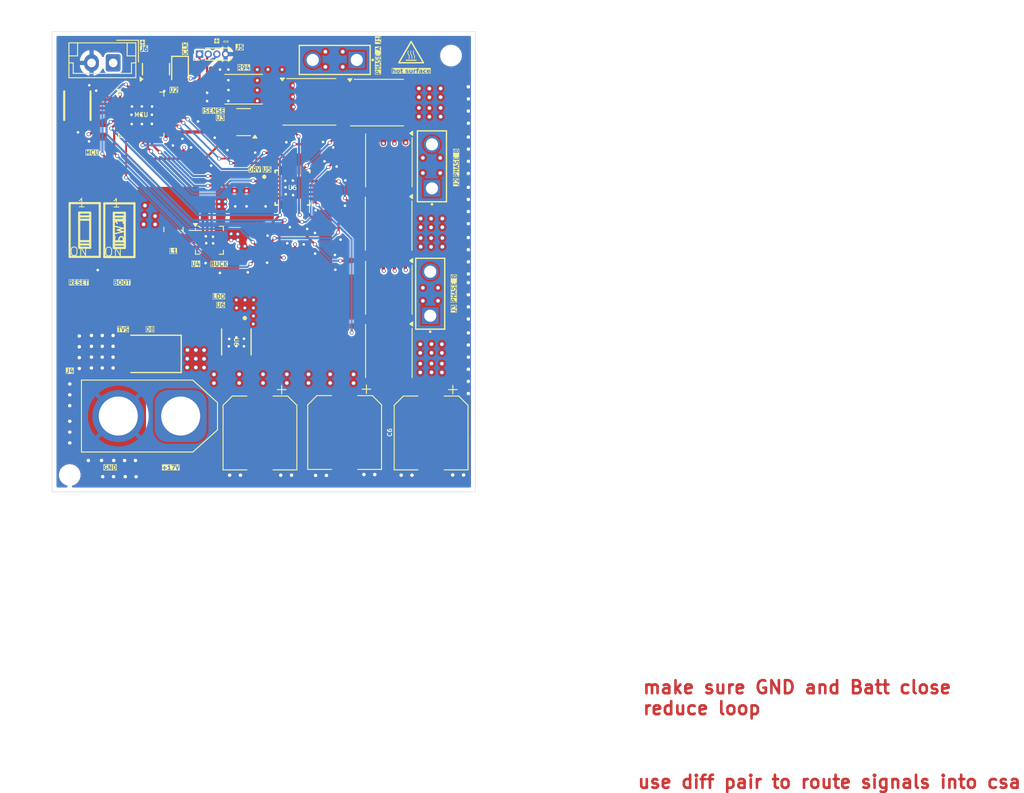
<source format=kicad_pcb>
(kicad_pcb (version 20241229) (generator "pcbnew") (generator_version "9.0")
  (layers (0 "F.Cu" signal) (4 "In1.Cu" signal) (6 "In2.Cu" signal) (2 "B.Cu" signal) (13 "F.Paste" user) (15 "B.Paste" user) (5 "F.SilkS" user "F.Silkscreen") (7 "B.SilkS" user "B.Silkscreen") (1 "F.Mask" user) (3 "B.Mask" user) (25 "Edge.Cuts" user))
  (net 0 "")
  (net 1 "/I_SENSE")
  (net 2 "GND")
  (net 3 "+17V")
  (net 4 "+3.3V")
  (net 5 "+12V")
  (net 6 "Net-(U4-SS-TR)")
  (net 7 "Net-(U5-BSTA)")
  (net 8 "/MOTORA")
  (net 9 "Net-(U5-BSTB)")
  (net 10 "/MOTORB")
  (net 11 "Net-(U5-BSTC)")
  (net 12 "/MOTORC")
  (net 13 "Net-(D1-Pad1)")
  (net 14 "Net-(U4-SW)")
  (net 15 "Net-(Q1-D)")
  (net 16 "Net-(Q1-G)")
  (net 17 "/LOW_COMMON")
  (net 18 "Net-(Q3-G)")
  (net 19 "Net-(Q4-G)")
  (net 20 "Net-(Q5-G)")
  (net 21 "Net-(Q6-G)")
  (net 22 "Net-(Q7-G)")
  (net 23 "Net-(Q8-G)")
  (net 24 "Net-(R2-Pad1)")
  (net 25 "Net-(U4-PG)")
  (net 26 "/SWDIO")
  (net 27 "Net-(U2-PA13)")
  (net 28 "/SWCLK")
  (net 29 "Net-(U2-PA14)")
  (net 30 "/BEMFA")
  (net 31 "/BEMFCOMMON")
  (net 32 "/GHA")
  (net 33 "/GLA")
  (net 34 "/GHB")
  (net 35 "/GLB")
  (net 36 "/GHC")
  (net 37 "/BEMFB")
  (net 38 "/BEMFC")
  (net 40 "/INLB")
  (net 41 "/INHC")
  (net 42 "/INHA")
  (net 43 "Net-(U2-PF1)")
  (net 44 "/INHB")
  (net 45 "/UART2_RX")
  (net 46 "/V_SENSE")
  (net 47 "/INLA")
  (net 48 "Net-(U2-PF0)")
  (net 50 "/INLC")
  (net 55 "/UART2_TX")
  (net 63 "/GLC")
  (net 65 "Net-(SW2-A)")
  (net 66 "Net-(SW1-A)")
  (net 67 "Net-(SW2-B)")
  (footprint "PCM_JLCPCB:C_0402" (layer "F.Cu") (at 92.5 116.6)
    (property "Reference" "C58" (hide yes))
    (property "Value" "100nF")
  )
  (footprint "PCM_JLCPCB:C_0603" (layer "F.Cu") (at 87.501541 110.920623 90)
    (property "Reference" "C15" (hide yes))
    (property "Value" "10uF")
  )
  (footprint "Package_DFN_QFN:TQFN-16-1EP_3x3mm_P0.5mm_EP1.6x1.6mm" (layer "F.Cu") (at 82.117068 115.516324)
    (property "Reference" "U4")
    (property "Value" "TPS62153RGTT")
  )
  (footprint "Capacitor_SMD:CP_Elec_8x10" (layer "F.Cu") (at 87.95 137.75 -90)
    (property "Reference" "C5" (hide yes))
    (property "Value" "100uF")
  )
  (footprint "PCM_JLCPCB:C_0603" (layer "F.Cu") (at 95.5 112.1 -90)
    (property "Reference" "C25" (hide yes))
    (property "Value" "1uF")
  )
  (footprint "Package_TO_SOT_SMD:TDSON-8-1" (layer "F.Cu") (at 102.82565 121 -90)
    (property "Reference" "Q8" (hide yes))
    (property "Value" "SIR182DP")
  )
  (footprint "PCM_JLCPCB:R_0402" (layer "F.Cu") (at 99.5 103.5 90)
    (property "Reference" "R18" (hide yes))
    (property "Value" "22Ω" (hide yes))
  )
  (footprint "Package_TO_SOT_SMD:TDSON-8-1" (layer "F.Cu") (at 93.66065 99.535)
    (property "Reference" "Q3" (hide yes))
    (property "Value" "SIR182DP")
  )
  (footprint "PCM_JLCPCB:C_0603" (layer "F.Cu") (at 84.445 124.525 180)
    (property "Reference" "C21" (hide yes))
    (property "Value" "10uF")
  )
  (footprint "PCM_JLCPCB:C_0402" (layer "F.Cu") (at 84.779568 116.766324 90)
    (property "Reference" "C13" (hide yes))
    (property "Value" "3.3nF")
  )
  (footprint "PCM_JLCPCB:R_0402" (layer "F.Cu") (at 96.8 110.66 90)
    (property "Reference" "R24" (hide yes))
    (property "Value" "10kΩ" (hide yes))
  )
  (footprint "Resistor_SMD:R_2512_6332Metric" (layer "F.Cu") (at 86.0625 98.075 180)
    (property "Reference" "R94")
    (property "Value" "3.0m")
  )
  (footprint "PCM_JLCPCB:R_0402" (layer "F.Cu") (at 99.05 111.05)
    (property "Reference" "R17" (hide yes))
    (property "Value" "22Ω" (hide yes))
  )
  (footprint "Capacitor_SMD:CP_Elec_8x10" (layer "F.Cu") (at 97.725 137.7 -90)
    (property "Reference" "C6")
    (property "Value" "100uF")
  )
  (footprint "PCM_JLCPCB:C_0402" (layer "F.Cu") (at 88.601541 110.420623 -90)
    (property "Reference" "C16" (hide yes))
    (property "Value" "100nF")
  )
  (footprint "Inductor_SMD:L_1008_2520Metric" (layer "F.Cu") (at 77.967068 114.266324 90)
    (property "Reference" "L1")
    (property "Value" "L")
  )
  (footprint "Connector_JST:JST_EH_B2B-EH-A_1x02_P2.50mm_Vertical" (layer "F.Cu") (at 71.01 95.04 180)
    (property "Reference" "J6")
    (property "Value" "Conn_01x02_Pin")
  )
  (footprint "DRV:RGE0024B-IPC_A" (layer "F.Cu") (at 91.701541 109.440623)
    (property "Reference" "U5")
    (property "Value" "DRV8300DRGER")
  )
  (footprint "PCM_JLCPCB:R_0402" (layer "F.Cu") (at 94.6 118.05)
    (property "Reference" "R27" (hide yes))
    (property "Value" "10kΩ" (hide yes))
  )
  (footprint "footprints:TRM2_63824-1_TEC" (layer "F.Cu") (at 107.8 109.51935 90)
    (property "Reference" "J2")
    (property "Value" "63824-1")
  )
  (footprint "PCM_JLCPCB:R_0402" (layer "F.Cu") (at 76.525 93.35)
    (property "Reference" "R3" (hide yes))
    (property "Value" "75Ω" (hide yes))
  )
  (footprint "PCM_JLCPCB:C_0603" (layer "F.Cu") (at 93.5 106.025)
    (property "Reference" "C23" (hide yes))
    (property "Value" "1uF")
  )
  (footprint "PCM_JLCPCB:R_0402" (layer "F.Cu") (at 88 115.575 90)
    (property "Reference" "R23" (hide yes))
    (property "Value" "1kΩ" (hide yes))
  )
  (footprint "PCM_JLCPCB:R_0402" (layer "F.Cu") (at 88 113.675 90)
    (property "Reference" "R13" (hide yes))
    (property "Value" "1kΩ" (hide yes))
  )
  (footprint "PCM_JLCPCB:D_0805" (layer "F.Cu") (at 78.725 95.975 -90)
    (property "Reference" "D1" (hide yes))
    (property "Value" "Red")
  )
  (footprint "PCM_JLCPCB:C_0603" (layer "F.Cu") (at 95.651542 109.175 -90)
    (property "Reference" "C24" (hide yes))
    (property "Value" "1uF")
  )
  (footprint "footprints:TRM2_63824-1_TEC" (layer "F.Cu") (at 99.11935 94.7 180)
    (property "Reference" "J1")
    (property "Value" "63824-1")
  )
  (footprint "PCM_JLCPCB:C_0603" (layer "F.Cu") (at 84.312068 112.591324)
    (property "Reference" "C11" (hide yes))
    (property "Value" "10uF")
  )
  (footprint "easy:SW-SMD_2P-L3.5-W6.2-P2.54-LS9.8" (layer "F.Cu") (at 71.725 114.35 -90)
    (property "Reference" "SW2" (hide yes))
    (property "Value" "SW_SPST")
  )
  (footprint "Package_DFN_QFN:QFN-32-1EP_5x5mm_P0.5mm_EP3.45x3.45mm" (layer "F.Cu") (at 74.25 101.025)
    (property "Reference" "U2")
    (property "Value" "STM32F051K8Ux")
  )
  (footprint "PCM_JLCPCB:Q_SOT-23" (layer "F.Cu") (at 75.95 95.76 90)
    (property "Reference" "Q1" (hide yes))
    (property "Value" "AO3400A")
  )
  (footprint "PCM_JLCPCB:R_0402" (layer "F.Cu") (at 89.45 117.075 180)
    (property "Reference" "R25" (hide yes))
    (property "Value" "10kΩ" (hide yes))
  )
  (footprint "PCM_JLCPCB:C_0603" (layer "F.Cu") (at 82.775 127.450001 90)
    (property "Reference" "C20" (hide yes))
    (property "Value" "1uF")
  )
  (footprint "PCM_JLCPCB:R_0402" (layer "F.Cu") (at 89.4 114.15 180)
    (property "Reference" "R14" (hide yes))
    (property "Value" "10kΩ" (hide yes))
  )
  (footprint "PCM_JLCPCB:C_0402" (layer "F.Cu") (at 79.6 105.4)
    (property "Reference" "C56" (hide yes))
    (property "Value" "100nF")
  )
  (footprint "PCM_JLCPCB:C_0402" (layer "F.Cu") (at 69.7125 98.675 90)
    (property "Reference" "C9" (hide yes))
    (property "Value" "100nF")
  )
  (footprint "TLV:DRB0008J-IPC_A" (layer "F.Cu") (at 85.225 127.250001 -90)
    (property "Reference" "U6")
    (property "Value" "TLV76601QWDRBRQ1")
  )
  (footprint "Package_TO_SOT_SMD:TDSON-8-1" (layer "F.Cu") (at 101.46065 99.62)
    (property "Reference" "Q5" (hide yes))
    (property "Value" "SIR182DP")
  )
  (footprint "Capacitor_SMD:CP_Elec_8x10" (layer "F.Cu") (at 107.7 137.75 -90)
    (property "Reference" "C8" (hide yes))
    (property "Value" "100uF")
  )
  (footprint "PCM_JLCPCB:D_SMB" (layer "F.Cu") (at 75.2 128.625 180)
    (property "Reference" "D8")
    (property "Value" "SMBJ18A")
  )
  (footprint "PCM_JLCPCB:R_0402" (layer "F.Cu") (at 88 117.6 -90)
    (property "Reference" "R26" (hide yes))
    (property "Value" "1kΩ" (hide yes))
  )
  (footprint "PCM_JLCPCB:C_0603" (layer "F.Cu") (at 80.787068 111.493951 180)
    (property "Reference" "C53" (hide yes))
    (property "Value" "10uF")
  )
  (footprint "PCM_JLCPCB:R_0402" (layer "F.Cu") (at 86.375 104.1 180)
    (property "Reference" "R2" (hide yes))
    (property "Value" "1kΩ" (hide yes))
  )
  (footprint "PCM_JLCPCB:R_0402" (layer "F.Cu") (at 78.4 100.025)
    (property "Reference" "R1" (hide yes))
    (property "Value" "100Ω" (hide yes))
  )
  (footprint "Connector_AMASS:AMASS_XT60-F_1x02_P7.20mm_Vertical" (layer "F.Cu") (at 78.8 135.8 180)
    (property "Reference" "J4")
    (property "Value" "Conn_01x02_Pin")
  )
  (footprint "Package_TO_SOT_SMD:SOT-23-5" (layer "F.Cu") (at 86.0625 101.875 180)
    (property "Reference" "U3")
    (property "Value" "INA180A1")
  )
  (footprint "PCM_JLCPCB:C_0402" (layer "F.Cu") (at 70.6125 98.675 90)
    (property "Reference" "C7" (hide yes))
    (property "Value" "100nF")
  )
  (footprint "easy:SW-SMD_2P-L3.5-W6.2-P2.54-LS9.8" (layer "F.Cu") (at 67.725 114.325 -90)
    (property "Reference" "SW1")
    (property "Value" "SW_SPST")
  )
  (footprint "PCM_JLCPCB:R_0402" (layer "F.Cu") (at 93.475 104.425)
    (property "Reference" "R21" (hide yes))
    (property "Value" "10kΩ" (hide yes))
  )
  (footprint "PCM_JLCPCB:R_0402" (layer "F.Cu") (at 98 103)
    (property "Reference" "R15" (hide yes))
    (property "Value" "22Ω" (hide yes))
  )
  (footprint "PCM_JLCPCB:R_0402" (layer "F.Cu") (at 89.45 116.075 180)
    (property "Reference" "R22" (hide yes))
    (property "Value" "10kΩ" (hide yes))
  )
  (footprint "PCM_JLCPCB:C_0402" (layer "F.Cu") (at 67.075 97.6)
    (property "Reference" "C55" (hide yes))
    (property "Value" "22pF")
  )
  (footprint "PCM_JLCPCB:C_0603" (layer "F.Cu") (at 69.8 102.775 -90)
    (property "Reference" "C26" (hide yes))
    (property "Value" "1uF")
  )
  (footprint "PCM_JLCPCB:R_0402" (layer "F.Cu") (at 72.975 118.85 -90)
    (property "Reference" "R11" (hide yes))
    (property "Value" "10kΩ" (hide yes))
  )
  (footprint "PCM_JLCPCB:R_0402" (layer "F.Cu") (at 79.067068 117.566324 180)
    (property "Reference" "R7" (hide yes))
    (property "Value" "100kΩ" (hide yes))
  )
  (footprint "footprints:TRM2_63824-1_TEC" (layer "F.Cu") (at 107.6 124.21935 90)
    (property "Reference" "J3")
    (property "Value" "63824-1")
  )
  (footprint "PCM_JLCPCB:C_0603" (layer "F.Cu") (at 80.787068 112.766324 180)
    (property "Reference" "C54" (hide yes))
    (property "Value" "10uF")
  )
  (footprint "LOGO" (layer "F.Cu") (at 105.4 93.8)
    (property "Reference" "G***" (hide yes))
    (property "Value" "LOGO" (hide yes))
  )
  (footprint "Package_TO_SOT_SMD:TDSON-8-1" (layer "F.Cu") (at 102.805 113.6 -90)
    (property "Reference" "Q6" (hide yes))
    (property "Value" "SIR182Dp")
  )
  (footprint "PCM_JLCPCB:C_0402" (layer "F.Cu") (at 66.6 102.325)
    (property "Reference" "C52" (hide yes))
    (property "Value" "22pF")
  )
  (footprint "PCM_JLCPCB:R_0402" (layer "F.Cu") (at 99.1 125.4)
    (property "Reference" "R19" (hide yes))
    (property "Value" "22Ω" (hide yes))
  )
  (footprint "PCM_JLCPCB:C_0402" (layer "F.Cu") (at 68.75 103.325 -90)
    (property "Reference" "C12" (hide yes))
    (property "Value" "10nF")
  )
  (footprint "Connector_PinHeader_1.00mm:PinHeader_1x04_P1.00mm_Vertical" (layer "F.Cu") (at 80.975 94.025 90)
    (property "Reference" "J5")
    (property "Value" "Conn_01x04_Pin")
  )
  (footprint "PCM_JLCPCB:C_0402" (layer "F.Cu") (at 77.91 103.44 -90)
    (property "Reference" "C10" (hide yes))
    (property "Value" "4.7uF")
  )
  (footprint "easy:OSC-SMD_2P-L3.2-W2.5" (layer "F.Cu") (at 66.875 99.975 90)
    (property "Reference" "Y1" (hide yes))
    (property "Value" "Crystal_Small")
  )
  (footprint "Package_TO_SOT_SMD:TDSON-8-1" (layer "F.Cu") (at 102.82565 128.3 -90)
    (property "Reference" "Q7" (hide yes))
    (property "Value" "SIR182DP")
  )
  (footprint "PCM_JLCPCB:C_0402" (layer "F.Cu") (at 84.925 104.6 -90)
    (property "Reference" "C1" (hide yes))
    (property "Value" "100nF")
  )
  (footprint "MountingHole:MountingHole_2.1mm" (layer "F.Cu") (at 66 142.6)
    (property "Reference" "REF**" (hide yes))
    (property "Value" "MountingHole_2.1mm")
  )
  (footprint "PCM_JLCPCB:R_0402" (layer "F.Cu") (at 91.3 102.9 180)
    (property "Reference" "R16" (hide yes))
    (property "Value" "22Ω" (hide yes))
  )
  (footprint "PCM_JLCPCB:R_0402" (layer "F.Cu") (at 98.975 117.85)
    (property "Reference" "R20" (hide yes))
    (property "Value" "22Ω" (hide yes))
  )
  (footprint "Package_TO_SOT_SMD:TDSON-8-1" (layer "F.Cu") (at 102.82565 106.3 -90)
    (property "Reference" "Q4" (hide yes))
    (property "Value" "SIR182DP")
  )
  (footprint "PCM_JLCPCB:R_0402" (layer "F.Cu") (at 78.375 99)
    (property "Reference" "R5" (hide yes))
    (property "Value" "100Ω" (hide yes))
  )
  (footprint "MountingHole:MountingHole_2.1mm" (layer "F.Cu") (at 110 94.2)
    (property "Reference" "REF**" (hide yes))
    (property "Value" "MountingHole_2.1mm")
  )
  (gr_rect (start 63.965 91.425) (end 112.8 144.55) (stroke (width 0.05)) (fill no) (layer "Edge.Cuts"))
  (gr_text "use diff pair to route signals into csa" (at 131.4 178.9 0) (layer "F.Cu") (effects (font (size 1.5 1.5) (thickness 0.3) (bold yes)) (justify left bottom)))
  (gr_text "make sure GND and Batt close\nreduce loop" (at 132 170.4 0) (layer "F.Cu") (effects (font (size 1.5 1.5) (thickness 0.3) (bold yes)) (justify left bottom)))
  (gr_text "PHASE B\n\n" (at 111.025 106.6 90) (layer "F.SilkS" knockout) (effects (font (size 0.5 0.5) (thickness 0.1))))
  (gr_text "TVS" (at 72.175 125.8 0) (layer "F.SilkS" knockout) (effects (font (size 0.5 0.5) (thickness 0.1))))
  (gr_text "hot surface" (at 105.4 96 0) (layer "F.SilkS" knockout) (effects (font (size 0.5 0.5) (thickness 0.1))))
  (gr_text "ISENSE\n" (at 82.575 100.575 0) (layer "F.SilkS" knockout) (effects (font (size 0.5 0.5) (thickness 0.1))))
  (gr_text "PHASE A\n" (at 101.6 94.8 90) (layer "F.SilkS" knockout) (effects (font (size 0.5 0.5) (thickness 0.1))))
  (gr_text "CLK\n" (at 79.33 93.39 90) (layer "F.SilkS" knockout) (effects (font (size 0.5 0.5) (thickness 0.1))))
  (gr_text "PHASE B\n\n" (at 110.75 121.1 90) (layer "F.SilkS" knockout) (effects (font (size 0.5 0.5) (thickness 0.1))))
  (gr_text "MCU\n" (at 68.6 105.4 0) (layer "F.SilkS" knockout) (effects (font (size 0.5 0.5) (thickness 0.1))))
  (gr_text "+\n" (at 82.93 92.5 90) (layer "F.SilkS" knockout) (effects (font (size 0.5 0.5) (thickness 0.1))))
  (gr_text "+17V" (at 77.625 141.75 0) (layer "F.SilkS" knockout) (effects (font (size 0.5 0.5) (thickness 0.1))))
  (gr_text "+\n" (at 74.35 92.66 90) (layer "F.SilkS" knockout) (effects (font (size 0.5 0.5) (thickness 0.1))))
  (gr_text "BUCK" (at 83.229568 118.266324 0) (layer "F.SilkS" knockout) (effects (font (size 0.5 0.5) (thickness 0.1))))
  (gr_text "BOOT" (at 72 120.4 0) (layer "F.SilkS" knockout) (effects (font (size 0.5 0.5) (thickness 0.1))))
  (gr_text "RESET" (at 67 120.4 0) (layer "F.SilkS" knockout) (effects (font (size 0.5 0.5) (thickness 0.1))))
  (gr_text "GND\n" (at 70.65 141.75 0) (layer "F.SilkS" knockout) (effects (font (size 0.5 0.5) (thickness 0.1))))
  (gr_text "DRV\n" (at 87.3 107.35 0) (layer "F.SilkS" knockout) (effects (font (size 0.5 0.5) (thickness 0.1))))
  (gr_text "-\n" (at 84.02 92.62 180) (layer "F.SilkS" knockout) (effects (font (size 0.5 0.5) (thickness 0.1))))
  (gr_text "LDO\n" (at 83.2 122 0) (layer "F.SilkS" knockout) (effects (font (size 0.5 0.5) (thickness 0.1))))
  (segment (start 73 104.125) (end 73 103.4625) (width 0.254) (layer "F.Cu") (net 1))
  (segment (start 83.625 104.1) (end 81.625 106.1) (width 0.254) (layer "F.Cu") (net 1))
  (segment (start 81.625 106.1) (end 74.975 106.1) (width 0.254) (layer "F.Cu") (net 1))
  (segment (start 74.975 106.1) (end 73 104.125) (width 0.254) (layer "F.Cu") (net 1))
  (segment (start 85.875 104.1) (end 83.625 104.1) (width 0.254) (layer "F.Cu") (net 1))
  (segment (start 67.575 97.6) (end 68.225 97.6) (width 0.3048) (layer "F.Cu") (net 2))
  (segment (start 84.467068 116.953824) (end 84.779568 117.266324) (width 0.254) (layer "F.Cu") (net 2))
  (segment (start 67.1 102.325) (end 67.1 102.9) (width 0.3048) (layer "F.Cu") (net 2))
  (segment (start 80 105.3) (end 80.1 105.4) (width 0.2) (layer "F.Cu") (net 2))
  (segment (start 87.95 113.125) (end 87.95 112.149082) (width 0.254) (layer "F.Cu") (net 2))
  (segment (start 81.867068 114.078824) (end 81.867068 114.882932) (width 0.254) (layer "F.Cu") (net 2))
  (segment (start 81.367068 112.966324) (end 81.567068 112.766324) (width 0.254) (layer "F.Cu") (net 2))
  (segment (start 85.092068 111.757932) (end 85.092068 112.591324) (width 0.3048) (layer "F.Cu") (net 2))
  (segment (start 82.775 126.670001) (end 84.17 126.670001) (width 0.381) (layer "F.Cu") (net 2))
  (segment (start 84.250001 126.5298) (end 84.899999 127.179798) (width 0.3048) (layer "F.Cu") (net 2))
  (segment (start 84.250001 125.110001) (end 83.665 124.525) (width 0.3048) (layer "F.Cu") (net 2))
  (segment (start 89.750295 110.690623) (end 89.797267 110.643651) (width 0.3048) (layer "F.Cu") (net 2))
  (segment (start 89.750295 110.690623) (end 88.511541 110.690623) (width 0.3048) (layer "F.Cu") (net 2))
  (segment (start 90.498513 110.643651) (end 91.701541 109.440623) (width 0.3048) (layer "F.Cu") (net 2))
  (segment (start 68.77 103.555) (end 68.225 104.1) (width 0.3048) (layer "F.Cu") (net 2))
  (segment (start 93 115.99) (end 93 116.6) (width 0.2) (layer "F.Cu") (net 2))
  (segment (start 81.867068 113.066324) (end 81.567068 112.766324) (width 0.254) (layer "F.Cu") (net 2))
  (segment (start 81.867068 114.078824) (end 81.867068 113.066324) (width 0.254) (layer "F.Cu") (net 2))
  (segment (start 88.725 115.075) (end 88.825 114.975) (width 0.254) (layer "F.Cu") (net 2))
  (segment (start 83.1 99.1) (end 84.925 100.925) (width 0.508) (layer "F.Cu") (net 2))
  (segment (start 83.1 98.075) (end 83.1 99.1) (width 0.508) (layer "F.Cu") (net 2))
  (segment (start 81.367068 116.953824) (end 82.867068 116.953824) (width 0.254) (layer "F.Cu") (net 2))
  (segment (start 85.875 101.875) (end 84.925 100.925) (width 0.381) (layer "F.Cu") (net 2))
  (segment (start 84.899999 127.179798) (end 84.899999 128.740534) (width 0.3048) (layer "F.Cu") (net 2))
  (segment (start 77.9 103.775) (end 77.9 104.4) (width 0.3048) (layer "F.Cu") (net 2))
  (segment (start 67.725 118.825) (end 69.1 118.825) (width 0.254) (layer "F.Cu") (net 2))
  (segment (start 87.2 101.875) (end 85.875 101.875) (width 0.381) (layer "F.Cu") (net 2))
  (segment (start 69.125 98.175) (end 69.7125 98.175) (width 0.254) (layer "F.Cu") (net 2))
  (segment (start 82.867068 116.953824) (end 84.467068 116.953824) (width 0.254) (layer "F.Cu") (net 2))
  (segment (start 76.9 96.7) (end 76.9 98.3) (width 0.254) (layer "F.Cu") (net 2))
  (segment (start 69.7125 98.175) (end 70.6125 98.175) (width 0.254) (layer "F.Cu") (net 2))
  (segment (start 85.1 111.75) (end 85.092068 111.757932) (width 0.3048) (layer "F.Cu") (net 2))
  (segment (start 88 115.075) (end 88.725 115.075) (width 0.254) (layer "F.Cu") (net 2))
  (segment (start 69.85 103.555) (end 68.77 103.555) (width 0.3048) (layer "F.Cu") (net 2))
  (segment (start 88 118.1) (end 88.775 118.1) (width 0.254) (layer "F.Cu") (net 2))
  (segment (start 80 104.8) (end 80 105.3) (width 0.2) (layer "F.Cu") (net 2))
  (segment (start 81.867068 114.882932) (end 81.7 115.05) (width 0.254) (layer "F.Cu") (net 2))
  (segment (start 84.19 105.11) (end 84.915 105.11) (width 0.381) (layer "F.Cu") (net 2))
  (segment (start 88 113.175) (end 87.95 113.125) (width 0.254) (layer "F.Cu") (net 2))
  (segment (start 84.250001 125.759468) (end 84.250001 126.5298) (width 0.3048) (layer "F.Cu") (net 2))
  (segment (start 84.17 126.670001) (end 84.4 126.900001) (width 0.381) (layer "F.Cu") (net 2))
  (segment (start 88.511541 110.690623) (end 87.501541 111.700623) (width 0.3048) (layer "F.Cu") (net 2))
  (segment (start 68.225 97.6) (end 68.25 97.625) (width 0.3048) (layer "F.Cu") (net 2))
  (segment (start 69.05 98.25) (end 69.125 98.175) (width 0.254) (layer "F.Cu") (net 2))
  (segment (start 69.1 118.825) (end 69.225 118.95) (width 0.254) (layer "F.Cu") (net 2))
  (segment (start 81.567068 111.493951) (end 81.567068 112.766324) (width 0.254) (layer "F.Cu") (net 2))
  (segment (start 67.1 102.9) (end 66.95 103.05) (width 0.3048) (layer "F.Cu") (net 2))
  (segment (start 84.915 105.11) (end 84.925 105.1) (width 0.381) (layer "F.Cu") (net 2))
  (segment (start 87.95 112.149082) (end 87.501541 111.700623) (width 0.254) (layer "F.Cu") (net 2))
  (segment (start 85.1 111.6) (end 85.1 111.75) (width 0.3048) (layer "F.Cu") (net 2))
  (segment (start 84.250001 125.759468) (end 84.250001 125.110001) (width 0.3048) (layer "F.Cu") (net 2))
  (segment (start 81.367068 114.078824) (end 81.367068 112.966324) (width 0.254) (layer "F.Cu") (net 2))
  (segment (start 89.797267 110.643651) (end 90.498513 110.643651) (width 0.3048) (layer "F.Cu") (net 2))
  (via (at 66 137.65) (size 0.55) (drill 0.4) (layers "F.Cu" "B.Cu") (net 2))
  (via (at 82.32 106.89) (size 0.45) (drill 0.3) (layers "F.Cu" "B.Cu") (net 2))
  (via (at 77.9 104.57) (size 0.45) (drill 0.3) (layers "F.Cu" "B.Cu") (net 2))
  (via (at 112 120.4) (size 0.55) (drill 0.4) (layers "F.Cu" "B.Cu") (net 2))
  (via (at 81.85 98.49) (size 0.45) (drill 0.3) (layers "F.Cu" "B.Cu") (net 2))
  (via (at 67.1 127.81) (size 0.55) (drill 0.4) (layers "F.Cu" "B.Cu") (net 2))
  (via (at 73.15 102.1) (size 0.45) (drill 0.3) (layers "F.Cu" "B.Cu") (net 2))
  (via (at 84.3 95.81) (size 0.45) (drill 0.3) (layers "F.Cu" "B.Cu") (net 2))
  (via (at 97.8 108.6) (size 0.45) (drill 0.3) (layers "F.Cu" "B.Cu") (net 2))
  (via (at 112 115.2) (size 0.55) (drill 0.4) (layers "F.Cu" "B.Cu") (net 2))
  (via (at 112 123.2) (size 0.55) (drill 0.4) (layers "F.Cu" "B.Cu") (net 2))
  (via (at 71 127.75) (size 0.55) (drill 0.4) (layers "F.Cu" "B.Cu") (net 2))
  (via (at 96.65 118.91) (size 0.45) (drill 0.3) (layers "F.Cu" "B.Cu") (net 2))
  (via (at 112 116.6) (size 0.55) (drill 0.4) (layers "F.Cu" "B.Cu") (net 2))
  (via (at 112 100.6) (size 0.55) (drill 0.4) (layers "F.Cu" "B.Cu") (net 2))
  (via (at 82.55 115.875) (size 0.45) (drill 0.3) (layers "F.Cu" "B.Cu") (net 2))
  (via (at 93.576541 107.440622) (size 0.45) (drill 0.3) (layers "F.Cu" "B.Cu") (net 2))
  (via (at 73.575 140.925) (size 0.55) (drill 0.4) (layers "F.Cu" "B.Cu") (net 2))
  (via (at 81.85 99.45) (size 0.45) (drill 0.3) (layers "F.Cu" "B.Cu") (net 2))
  (via (at 91.1 115.86) (size 0.45) (drill 0.3) (layers "F.Cu" "B.Cu") (net 2))
  (via (at 86.1 126.875001) (size 0.45) (drill 0.3) (layers "F.Cu" "B.Cu") (net 2))
  (via (at 96.6 117.21) (size 0.45) (drill 0.3) (layers "F.Cu" "B.Cu") (net 2))
  (via (at 69.05 98.25) (size 0.45) (drill 0.3) (layers "F.Cu" "B.Cu") (net 2))
  (via (at 112 131.8) (size 0.55) (drill 0.4) (layers "F.Cu" "B.Cu") (net 2))
  (via (at 69.663189 140.91926) (size 0.55) (drill 0.4) (layers "F.Cu" "B.Cu") (net 2))
  (via (at 84.3 99.43) (size 0.45) (drill 0.3) (layers "F.Cu" "B.Cu") (net 2))
  (via (at 104.25 142.625) (size 0.55) (drill 0.4) (layers "F.Cu" "B.Cu") (net 2))
  (via (at 73.65 142.8) (size 0.55) (drill 0.4) (layers "F.Cu" "B.Cu") (net 2))
  (via (at 72.4 142.8) (size 0.55) (drill 0.4) (layers "F.Cu" "B.Cu") (net 2))
  (via (at 97.25 115.44) (size 0.45) (drill 0.3) (layers "F.Cu" "B.Cu") (net 2))
  (via (at 111.45 142.6) (size 0.55) (drill 0.4) (layers "F.Cu" "B.Cu") (net 2))
  (via (at 68.5 129) (size 0.55) (drill 0.4) (layers "F.Cu" "B.Cu") (net 2))
  (via (at 82.525 115.1) (size 0.45) (drill 0.3) (layers "F.Cu" "B.Cu") (net 2))
  (via (at 94.375 142.65) (size 0.55) (drill 0.4) (layers "F.Cu" "B.Cu") (net 2))
  (via (at 112 118) (size 0.55) (drill 0.4) (layers "F.Cu" "B.Cu") (net 2))
  (via (at 67.1 126.56) (size 0.55) (drill 0.4) (layers "F.Cu" "B.Cu") (net 2))
  (via (at 91 104.2) (size 0.45) (drill 0.3) (layers "F.Cu" "B.Cu") (net 2))
  (via (at 94.377873 112.060853) (size 0.45) (drill 0.3) (layers "F.Cu" "B.Cu") (net 2))
  (via (at 71 126.5) (size 0.55) (drill 0.4) (layers "F.Cu" "B.Cu") (net 2))
  (via (at 95.625 142.65) (size 0.55) (drill 0.4) (layers "F.Cu" "B.Cu") (net 2))
  (via (at 69.75 129) (size 0.55) (drill 0.4) (layers "F.Cu" "B.Cu") (net 2))
  (via (at 96.4 104.8) (size 0.45) (drill 0.3) (layers "F.Cu" "B.Cu") (net 2))
  (via (at 74.325 102.1) (size 0.45) (drill 0.3) (layers "F.Cu" "B.Cu") (net 2))
  (via (at 80.8 101.8) (size 0.45) (drill 0.3) (layers "F.Cu" "B.Cu") (net 2))
  (via (at 90.9 109.4) (size 0.45) (drill 0.3) (layers "F.Cu" "B.Cu") (net 2))
  (via (at 112 110.8) (size 0.55) (drill 0.4) (layers "F.Cu" "B.Cu") (net 2))
  (via (at 93 115.99) (size 0.45) (drill 0.3) (layers "F.Cu" "B.Cu") (net 2))
  (via (at 93.4 114.2) (size 0.45) (drill 0.3) (layers "F.Cu" "B.Cu") (net 2))
  (via (at 91.6 142.625) (size 0.55) (drill 0.4) (layers "F.Cu" "B.Cu") (net 2))
  (via (at 112 97.8) (size 0.55) (drill 0.4) (layers "F.Cu" "B.Cu") (net 2))
  (via (at 85.7 142.625) (size 0.55) (drill 0.4) (layers "F.Cu" "B.Cu") (net 2))
  (via (at 84.35 127.75) (size 0.45) (drill 0.3) (layers "F.Cu" "B.Cu") (net 2))
  (via (at 68.25 97.625) (size 0.45) (drill 0.3) (layers "F.Cu" "B.Cu") (net 2))
  (via (at 69.225 118.95) (size 0.45) (drill 0.3) (layers "F.Cu" "B.Cu") (net 2))
  (via (at 112 121.8) (size 0.55) (drill 0.4) (layers "F.Cu" "B.Cu") (net 2))
  (via (at 91.4 114) (size 0.45) (drill 0.3) (layers "F.Cu" "B.Cu") (net 2))
  (via (at 87.4 105.4) (size 0.45) (drill 0.3) (layers "F.Cu" "B.Cu") (net 2))
  (via (at 66.95 103.05) (size 0.45) (drill 0.3) (layers "F.Cu" "B.Cu") (net 2))
  (via (at 112 119.4) (size 0.55) (drill 0.4) (layers "F.Cu" "B.Cu") (net 2))
  (via (at 112 113.6) (size 0.55) (drill 0.4) (layers "F.Cu" "B.Cu") (net 2))
  (via (at 95.4 106.4) (size 0.45) (drill 0.3) (layers "F.Cu" "B.Cu") (net 2))
  (via (at 112 129) (size 0.55) (drill 0.4) (layers "F.Cu" "B.Cu") (net 2))
  (via (at 72.325 140.925) (size 0.55) (drill 0.4) (layers "F.Cu" "B.Cu") (net 2))
  (via (at 112 107.8) (size 0.55) (drill 0.4) (layers "F.Cu" "B.Cu") (net 2))
  (via (at 112 106.4) (size 0.55) (drill 0.4) (layers "F.Cu" "B.Cu") (net 2))
  (via (at 110.2 142.6) (size 0.55) (drill 0.4) (layers "F.Cu" "B.Cu") (net 2))
  (via (at 83.34 95.81) (size 0.45) (drill 0.3) (layers "F.Cu" "B.Cu") (net 2))
  (via (at 67.1 129.06) (size 0.55) (drill 0.4) (layers "F.Cu" "B.Cu") (net 2))
  (via (at 81.675 118.15) (size 0.45) (drill 0.3) (layers "F.Cu" "B.Cu") (net 2))
  (via (at 75.475 101.025) (size 0.45) (drill 0.3) (layers "F.Cu" "B.Cu") (net 2))
  (via (at 94.3 114.67) (size 0.45) (drill 0.3) (layers "F.Cu" "B.Cu") (net 2))
  (via (at 95.23 104.16) (size 0.45) (drill 0.3) (layers "F.Cu" "B.Cu") (net 2))
  (via (at 69.8 142.8) (size 0.55) (drill 0.4) (layers "F.Cu" "B.Cu") (net 2))
  (via (at 88.825 114.975) (size 0.45) (drill 0.3) (layers "F.Cu" "B.Cu") (net 2))
  (via (at 69.75 130.25) (size 0.55) (drill 0.4) (layers "F.Cu" "B.Cu") (net 2))
  (via (at 71.05 142.8) (size 0.55) (drill 0.4) (layers "F.Cu" "B.Cu") (net 2))
  (via (at 88.6 111.6) (size 0.45) (drill 0.3) (layers "F.Cu" "B.Cu") (net 2))
  (via (at 66 133.35) (size 0.55) (drill 0.4) (layers "F.Cu" "B.Cu") (net 2))
  (via (at 68.5 126.5) (size 0.55) (drill 0.4) (layers "F.Cu" "B.Cu") (net 2))
  (via (at 84.4 126.900001) (size 0.45) (drill 0.3) (layers "F.Cu" "B.Cu") (net 2))
  (via (at 86.1 127.75) (size 0.45) (drill 0.3) (layers "F.Cu" "B.Cu") (net 2))
  (via (at 112 105) (size 0.55) (drill 0.4) (layers "F.Cu" "B.Cu") (net 2))
  (via (at 96.8 107) (size 0.45) (drill 0.3) (layers "F.Cu" "B.Cu") (net 2))
  (via (at 82.73 103.68) (size 0.45) (drill 0.3) (layers "F.Cu" "B.Cu") (net 2))
  (via (at 88.775 118.1) (size 0.45) (drill 0.3) (layers "F.Cu" "B.Cu") (net 2))
  (via (at 68.5 127.75) (size 0.55) (drill 0.4) (layers "F.Cu" "B.Cu") (net 2))
  (via (at 80 104.8) (size 0.45) (drill 0.3) (layers "F.Cu" "B.Cu") (net 2))
  (via (at 73.175 100.075) (size 0.45) (drill 0.3) (layers "F.Cu" "B.Cu") (net 2))
  (via (at 112 133.2) (size 0.55) (drill 0.4) (layers "F.Cu" "B.Cu") (net 2))
  (via (at 71 129) (size 0.55) (drill 0.4) (layers "F.Cu" "B.Cu") (net 2))
  (via (at 67.1 130.31) (size 0.55) (drill 0.4) (layers "F.Cu" "B.Cu") (net 2))
  (via (at 112 126.2) (size 0.55) (drill 0.4) (layers "F.Cu" "B.Cu") (net 2))
  (via (at 74.317479 100.067292) (size 0.45) (drill 0.3) (layers "F.Cu" "B.Cu") (net 2))
  (via (at 90.35 142.625) (size 0.55) (drill 0.4) (layers "F.Cu" "B.Cu") (net 2))
  (via (at 74.25 101.025) (size 0.45) (drill 0.3) (layers "F.Cu" "B.Cu") (net 2))
  (via (at 66 132.1) (size 0.55) (drill 0.4) (layers "F.Cu" "B.Cu") (net 2))
  (via (at 112 124.6) (size 0.55) (drill 0.4) (layers "F.Cu" "B.Cu") (net 2))
  (via (at 112 103.6) (size 0.55) (drill 0.4) (layers "F.Cu" "B.Cu") (net 2))
  (via (at 85.225 126.725) (size 0.45) (drill 0.3) (layers "F.Cu" "B.Cu") (net 2))
  (via (at 112 109.4) (size 0.55) (drill 0.4) (layers "F.Cu" "B.Cu") (net 2))
  (via (at 79 103.8) (size 0.45) (drill 0.3) (layers "F.Cu" "B.Cu") (net 2))
  (via (at 112 127.6) (size 0.55) (drill 0.4) (layers "F.Cu" "B.Cu") (net 2))
  (via (at 91.75 108.625) (size 0.45) (drill 0.3) (layers "F.Cu" "B.Cu") (net 2))
  (via (at 97.76 111.52) (size 0.45) (drill 0.3) (layers "F.Cu" "B.Cu") (net 2))
  (via (at 99.95 142.55) (size 0.55) (drill 0.4) (layers "F.Cu" "B.Cu") (net 2))
  (via (at 76.9 98.3) (size 0.45) (drill 0.3) (layers "F.Cu" "B.Cu") (net 2))
  (via (at 75.475 102.075) (size 0.45) (drill 0.3) (layers "F.Cu" "B.Cu") (net 2))
  (via (at 73.125 101.025) (size 0.45) (drill 0.3) (layers "F.Cu" "B.Cu") (net 2))
  (via (at 85.225 127.725001) (size 0.45) (drill 0.3) (layers "F.Cu" "B.Cu") (net 2))
  (via (at 71.075 140.925) (size 0.55) (drill 0.4) (layers "F.Cu" "B.Cu") (net 2))
  (via (at 105.5 142.625) (size 0.55) (drill 0.4) (layers "F.Cu" "B.Cu") (net 2))
  (via (at 112 102) (size 0.55) (drill 0.4) (layers "F.Cu" "B.Cu") (net 2))
  (via (at 75.5 100.075) (size 0.45) (drill 0.3) (layers "F.Cu" "B.Cu") (net 2))
  (via (at 69.75 126.5) (size 0.55) (drill 0.4) (layers "F.Cu" "B.Cu") (net 2))
  (via (at 81.75 115.85) (size 0.45) (drill 0.3) (layers "F.Cu" "B.Cu") (net 2))
  (via (at 90.925 110.2) (size 0.45) (drill 0.3) (layers "F.Cu" "B.Cu") (net 2))
  (via (at 71 130.25) (size 0.55) (drill 0.4) (layers "F.Cu" "B.Cu") (net 2))
  (via (at 94.32 117.05) (size 0.45) (drill 0.3) (layers "F.Cu" "B.Cu") (net 2))
  (via (at 85.1 111.6) (size 0.45) (drill 0.3) (layers "F.Cu" "B.Cu") (net 2))
  (via (at 101.2 142.55) (size 0.55) (drill 0.4) (layers "F.Cu" "B.Cu") (net 2))
  (via (at 84.3 97.04) (size 0.45) (drill 0.3) (layers "F.Cu" "B.Cu") (net 2))
  (via (at 90.875 108.65) (size 0.45) (drill 0.3) (layers "F.Cu" "B.Cu") (net 2))
  (via (at 68.225 104.1) (size 0.45) (drill 0.3) (layers "F.Cu" "B.Cu") (net 2))
  (via (at 84.45 142.625) (size 0.55) (drill 0.4) (layers "F.Cu" "B.Cu") (net 2))
  (via (at 68.5 130.25) (size 0.55) (drill 0.4) (layers "F.Cu" "B.Cu") (net 2))
  (via (at 83.33 119.28) (size 0.45) (drill 0.3) (layers "F.Cu" "B.Cu") (net 2))
  (via (at 84.31 98.17) (size 0.45) (drill 0.3) (layers "F.Cu" "B.Cu") (net 2))
  (via (at 69.75 127.75) (size 0.55) (drill 0.4) (layers "F.Cu" "B.Cu") (net 2))
  (via (at 91.701541 109.440623) (size 0.45) (drill 0.3) (layers "F.Cu" "B.Cu") (net 2))
  (via (at 112 130.4) (size 0.55) (drill 0.4) (layers "F.Cu" "B.Cu") (net 2))
  (via (at 112 112.2) (size 0.55) (drill 0.4) (layers "F.Cu" "B.Cu") (net 2))
  (via (at 66 138.9) (size 0.55) (drill 0.4) (layers "F.Cu" "B.Cu") (net 2))
  (via (at 84.19 105.11) (size 0.45) (drill 0.3) (layers "F.Cu" "B.Cu") (net 2))
  (via (at 66 136.4) (size 0.55) (drill 0.4) (layers "F.Cu" "B.Cu") (net 2))
  (via (at 68.143625 140.923509) (size 0.55) (drill 0.4) (layers "F.Cu" "B.Cu") (net 2))
  (via (at 66 134.6) (size 0.55) (drill 0.4) (layers "F.Cu" "B.Cu") (net 2))
  (via (at 91.775 110.3) (size 0.45) (drill 0.3) (layers "F.Cu" "B.Cu") (net 2))
  (via (at 81.7 115.05) (size 0.45) (drill 0.3) (layers "F.Cu" "B.Cu") (net 2))
  (via (at 86.55 119.21) (size 0.45) (drill 0.3) (layers "F.Cu" "B.Cu") (net 2))
  (via (at 112 99.2) (size 0.55) (drill 0.4) (layers "F.Cu" "B.Cu") (net 2))
  (via (at 86.4 111.6) (size 0.45) (drill 0.3) (layers "F.Cu" "B.Cu") (net 2))
  (via (at 108.95 129.755) (size 0.55) (drill 0.4) (layers "F.Cu" "B.Cu") (net 3))
  (via (at 107.5 101.26) (size 0.55) (drill 0.4) (layers "F.Cu" "B.Cu") (net 3))
  (via (at 106.5 116.26) (size 0.55) (drill 0.4) (layers "F.Cu" "B.Cu") (net 3))
  (via (at 108.95 128.515) (size 0.55) (drill 0.4) (layers "F.Cu" "B.Cu") (net 3))
  (via (at 108.95 130.765) (size 0.55) (drill 0.4) (layers "F.Cu" "B.Cu") (net 3))
  (via (at 106.5 115.25) (size 0.55) (drill 0.4) (layers "F.Cu" "B.Cu") (net 3))
  (via (at 96.05 130.975) (size 0.55) (drill 0.4) (layers "F.Cu" "B.Cu") (net 3))
  (via (at 107.7 115.265) (size 0.55) (drill 0.4) (layers "F.Cu" "B.Cu") (net 3))
  (via (at 108.8 101.245) (size 0.55) (drill 0.4) (layers "F.Cu" "B.Cu") (net 3))
  (via (at 109 116.26) (size 0.55) (drill 0.4) (layers "F.Cu" "B.Cu") (net 3))
  (via (at 85.55 130.975) (size 0.55) (drill 0.4) (layers "F.Cu" "B.Cu") (net 3))
  (via (at 98.75 130.99) (size 0.55) (drill 0.4) (layers "F.Cu" "B.Cu") (net 3))
  (via (at 107.75 130.75) (size 0.55) (drill 0.4) (layers "F.Cu" "B.Cu") (net 3))
  (via (at 81.5 130.21) (size 0.55) (drill 0.4) (layers "F.Cu" "B.Cu") (net 3))
  (via (at 79.55 129.185) (size 0.55) (drill 0.4) (layers "F.Cu" "B.Cu") (net 3))
  (via (at 107.5 100.25) (size 0.55) (drill 0.4) (layers "F.Cu" "B.Cu") (net 3))
  (via (at 98.75 132) (size 0.55) (drill 0.4) (layers "F.Cu" "B.Cu") (net 3))
  (via (at 107.5 99.01) (size 0.55) (drill 0.4) (layers "F.Cu" "B.Cu") (net 3))
  (via (at 107.75 127.49) (size 0.55) (drill 0.4) (layers "F.Cu" "B.Cu") (net 3))
  (via (at 107.75 128.5) (size 0.55) (drill 0.4) (layers "F.Cu" "B.Cu") (net 3))
  (via (at 106.45 130.765) (size 0.55) (drill 0.4) (layers "F.Cu" "B.Cu") (net 3))
  (via (at 79.575 128.175) (size 0.55) (drill 0.4) (layers "F.Cu" "B.Cu") (net 3))
  (via (at 107.7 114.025) (size 0.55) (drill 0.4) (layers "F.Cu" "B.Cu") (net 3))
  (via (at 109 114.01) (size 0.55) (drill 0.4) (layers "F.Cu" "B.Cu") (net 3))
  (via (at 106.3 101.245) (size 0.55) (drill 0.4) (layers "F.Cu" "B.Cu") (net 3))
  (via (at 82.64 130.99) (size 0.55) (drill 0.4) (layers "F.Cu" "B.Cu") (net 3))
  (via (at 107.5 98) (size 0.55) (drill 0.4) (layers "F.Cu" "B.Cu") (net 3))
  (via (at 108.8 98.995) (size 0.55) (drill 0.4) (layers "F.Cu" "B.Cu") (net 3))
  (via (at 106.45 128.515) (size 0.55) (drill 0.4) (layers "F.Cu" "B.Cu") (net 3))
  (via (at 81.5 129.2) (size 0.55) (drill 0.4) (layers "F.Cu" "B.Cu") (net 3))
  (via (at 106.45 127.505) (size 0.55) (drill 0.4) (layers "F.Cu" "B.Cu") (net 3))
  (via (at 91.05 130.975) (size 0.55) (drill 0.4) (layers "F.Cu" "B.Cu") (net 3))
  (via (at 106.5 114.01) (size 0.55) (drill 0.4) (layers "F.Cu" "B.Cu") (net 3))
  (via (at 106.3 97.985) (size 0.55) (drill 0.4) (layers "F.Cu" "B.Cu") (net 3))
  (via (at 85.55 131.985) (size 0.55) (drill 0.4) (layers "F.Cu" "B.Cu") (net 3))
  (via (at 109 113) (size 0.55) (drill 0.4) (layers "F.Cu" "B.Cu") (net 3))
  (via (at 109 115.25) (size 0.55) (drill 0.4) (layers "F.Cu" "B.Cu") (net 3))
  (via (at 106.3 98.995) (size 0.55) (drill 0.4) (layers "F.Cu" "B.Cu") (net 3))
  (via (at 80.55 129.185) (size 0.55) (drill 0.4) (layers "F.Cu" "B.Cu") (net 3))
  (via (at 82.64 132) (size 0.55) (drill 0.4) (layers "F.Cu" "B.Cu") (net 3))
  (via (at 107.7 116.275) (size 0.55) (drill 0.4) (layers "F.Cu" "B.Cu") (net 3))
  (via (at 81.5 128.19) (size 0.55) (drill 0.4) (layers "F.Cu" "B.Cu") (net 3))
  (via (at 107.7 113.015) (size 0.55) (drill 0.4) (layers "F.Cu" "B.Cu") (net 3))
  (via (at 108.8 100.235) (size 0.55) (drill 0.4) (layers "F.Cu" "B.Cu") (net 3))
  (via (at 107.75 129.74) (size 0.55) (drill 0.4) (layers "F.Cu" "B.Cu") (net 3))
  (via (at 93.55 130.975) (size 0.55) (drill 0.4) (layers "F.Cu" "B.Cu") (net 3))
  (via (at 80.55 130.195) (size 0.55) (drill 0.4) (layers "F.Cu" "B.Cu") (net 3))
  (via (at 88.3 131.985) (size 0.55) (drill 0.4) (layers "F.Cu" "B.Cu") (net 3))
  (via (at 106.3 100.235) (size 0.55) (drill 0.4) (layers "F.Cu" "B.Cu") (net 3))
  (via (at 88.3 130.975) (size 0.55) (drill 0.4) (layers "F.Cu" "B.Cu") (net 3))
  (via (at 108.8 97.985) (size 0.55) (drill 0.4) (layers "F.Cu" "B.Cu") (net 3))
  (via (at 106.5 113) (size 0.55) (drill 0.4) (layers "F.Cu" "B.Cu") (net 3))
  (via (at 106.45 129.755) (size 0.55) (drill 0.4) (layers "F.Cu" "B.Cu") (net 3))
  (via (at 91.05 131.985) (size 0.55) (drill 0.4) (layers "F.Cu" "B.Cu") (net 3))
  (via (at 108.95 127.505) (size 0.55) (drill 0.4) (layers "F.Cu" "B.Cu") (net 3))
  (via (at 79.55 130.195) (size 0.55) (drill 0.4) (layers "F.Cu" "B.Cu") (net 3))
  (via (at 80.55 128.175) (size 0.55) (drill 0.4) (layers "F.Cu" "B.Cu") (net 3))
  (via (at 93.55 131.985) (size 0.55) (drill 0.4) (layers "F.Cu" "B.Cu") (net 3))
  (via (at 96.05 131.985) (size 0.55) (drill 0.4) (layers "F.Cu" "B.Cu") (net 3))
  (segment (start 80.007068 111.493951) (end 80.007068 112.766324) (width 0.254) (layer "F.Cu") (net 4))
  (segment (start 80.007068 111.188824) (end 80.729568 110.466324) (width 0.254) (layer "F.Cu") (net 4))
  (segment (start 79.1 104.9) (end 79.2 104.8) (width 0.2) (layer "F.Cu") (net 4))
  (segment (start 77.04 103.64) (end 77.68 103) (width 0.381) (layer "F.Cu") (net 4))
  (segment (start 69.8125 99.275) (end 69.7125 99.175) (width 0.3048) (layer "F.Cu") (net 4))
  (segment (start 84.740266 103.009734) (end 84.925 102.825) (width 0.381) (layer "F.Cu") (net 4))
  (segment (start 78.550744 117.55) (end 78.567068 117.566324) (width 0.254) (layer "F.Cu") (net 4))
  (segment (start 80.729568 110.466324) (end 81.888371 110.466324) (width 0.254) (layer "F.Cu") (net 4))
  (segment (start 68.775 102.825) (end 70.325 101.275) (width 0.3048) (layer "F.Cu") (net 4))
  (segment (start 79.86 96.915) (end 79.95 96.825) (width 0.254) (layer "F.Cu") (net 4))
  (segment (start 80.007068 111.493951) (end 80.007068 111.188824) (width 0.254) (layer "F.Cu") (net 4))
  (segment (start 71.8 98.675) (end 71.8125 98.6875) (width 0.3048) (layer "F.Cu") (net 4))
  (segment (start 77.934734 103.009734) (end 84.740266 103.009734) (width 0.381) (layer "F.Cu") (net 4))
  (segment (start 70.325 101.275) (end 71.8125 101.275) (width 0.3048) (layer "F.Cu") (net 4))
  (segment (start 79.1 105.4) (end 79.1 104.9) (width 0.2) (layer "F.Cu") (net 4))
  (segment (start 68.175 103.275) (end 68.325 103.275) (width 0.3048) (layer "F.Cu") (net 4))
  (segment (start 77.68 103) (end 77.925 103) (width 0.381) (layer "F.Cu") (net 4))
  (segment (start 74.5 113.7) (end 74.525 113.675) (width 0.254) (layer "F.Cu") (net 4))
  (segment (start 73.775 117.55) (end 78.550744 117.55) (width 0.254) (layer "F.Cu") (net 4))
  (segment (start 74.5 116.825) (end 74.5 113.7) (width 0.254) (layer "F.Cu") (net 4))
  (segment (start 71.8125 99.275) (end 69.8125 99.275) (width 0.3048) (layer "F.Cu") (net 4))
  (segment (start 68.325 103.275) (end 68.775 102.825) (width 0.3048) (layer "F.Cu") (net 4))
  (segment (start 71.8125 98.6875) (end 71.8125 99.275) (width 0.3048) (layer "F.Cu") (net 4))
  (segment (start 82.367068 110.945021) (end 82.367068 114.078824) (width 0.254) (layer "F.Cu") (net 4))
  (segment (start 81.888371 110.466324) (end 82.367068 110.945021) (width 0.254) (layer "F.Cu") (net 4))
  (segment (start 72.975 118.35) (end 73.775 117.55) (width 0.254) (layer "F.Cu") (net 4))
  (segment (start 77.825 102.775) (end 77.9 102.85) (width 0.254) (layer "F.Cu") (net 4))
  (segment (start 78.725 96.915) (end 79.86 96.915) (width 0.254) (layer "F.Cu") (net 4))
  (segment (start 73.775 117.55) (end 74.5 116.825) (width 0.254) (layer "F.Cu") (net 4))
  (segment (start 76.6875 102.775) (end 77.825 102.775) (width 0.254) (layer "F.Cu") (net 4))
  (segment (start 77.04 103.84) (end 77.04 103.64) (width 0.381) (layer "F.Cu") (net 4))
  (segment (start 77.925 103) (end 77.934734 103.009734) (width 0.381) (layer "F.Cu") (net 4))
  (via (at 75.85 113.675) (size 0.55) (drill 0.4) (layers "F.Cu" "B.Cu") (net 4))
  (via (at 75.85 112.725) (size 0.55) (drill 0.4) (layers "F.Cu" "B.Cu") (net 4))
  (via (at 79.95 96.825) (size 0.45) (drill 0.3) (layers "F.Cu" "B.Cu") (net 4))
  (via (at 77.04 103.84) (size 0.45) (drill 0.3) (layers "F.Cu" "B.Cu") (net 4))
  (via (at 79.2 104.8) (size 0.45) (drill 0.3) (layers "F.Cu" "B.Cu") (net 4))
  (via (at 74.625 112.6) (size 0.55) (drill 0.4) (layers "F.Cu" "B.Cu") (net 4))
  (via (at 68.175 103.275) (size 0.45) (drill 0.3) (layers "F.Cu" "B.Cu") (net 4))
  (via (at 71.8 98.675) (size 0.45) (drill 0.3) (layers "F.Cu" "B.Cu") (net 4))
  (via (at 74.525 113.675) (size 0.55) (drill 0.4) (layers "F.Cu" "B.Cu") (net 4))
  (via (at 74.675 111.5) (size 0.55) (drill 0.4) (layers "F.Cu" "B.Cu") (net 4))
  (segment (start 79.95 96.825) (end 80.37552 96.825) (width 0.254) (layer "B.Cu") (net 4))
  (segment (start 80.37552 96.825) (end 82.975 94.22552) (width 0.254) (layer "B.Cu") (net 4))
  (segment (start 82.975 94.22552) (end 82.975 94.025) (width 0.254) (layer "B.Cu") (net 4))
  (segment (start 86.199999 125.759468) (end 86.199999 124.912936) (width 0.508) (layer "F.Cu") (net 5))
  (segment (start 83.532068 115.743824) (end 83.554568 115.766324) (width 0.381) (layer "F.Cu") (net 5))
  (segment (start 84.899999 125.759468) (end 84.899999 124.850001) (width 0.508) (layer "F.Cu") (net 5))
  (segment (start 83.532068 112.591324) (end 83.532068 115.743824) (width 0.381) (layer "F.Cu") (net 5))
  (segment (start 86.199999 124.912936) (end 85.812063 124.525) (width 0.508) (layer "F.Cu") (net 5))
  (segment (start 83.554568 114.766324) (end 83.554568 115.766324) (width 0.381) (layer "F.Cu") (net 5))
  (segment (start 92 116.6) (end 92 116) (width 0.2) (layer "F.Cu") (net 5))
  (segment (start 85.812063 124.525) (end 85.225 124.525) (width 0.508) (layer "F.Cu") (net 5))
  (segment (start 84.899999 124.850001) (end 85.225 124.525) (width 0.508) (layer "F.Cu") (net 5))
  (segment (start 82.867068 114.078824) (end 83.554568 114.766324) (width 0.381) (layer "F.Cu") (net 5))
  (via (at 85.39 114.8) (size 0.45) (drill 0.3) (layers "F.Cu" "B.Cu") (net 5))
  (via (at 86.225 122.4) (size 0.45) (drill 0.3) (layers "F.Cu" "B.Cu") (net 5))
  (via (at 85.4 115.48) (size 0.45) (drill 0.3) (layers "F.Cu" "B.Cu") (net 5))
  (via (at 85.52 116.21) (size 0.45) (drill 0.3) (layers "F.Cu" "B.Cu") (net 5))
  (via (at 83.225 111.05) (size 0.45) (drill 0.3) (layers "F.Cu" "B.Cu") (net 5))
  (via (at 87.22 122.4) (size 0.45) (drill 0.3) (layers "F.Cu" "B.Cu") (net 5))
  (via (at 87.195 123.325) (size 0.45) (drill 0.3) (layers "F.Cu" "B.Cu") (net 5))
  (via (at 85.225 122.4) (size 0.45) (drill 0.3) (layers "F.Cu" "B.Cu") (net 5))
  (via (at 83.95 111.05) (size 0.45) (drill 0.3) (layers "F.Cu" "B.Cu") (net 5))
  (via (at 86.4 109.8) (size 0.45) (drill 0.3) (layers "F.Cu" "B.Cu") (net 5))
  (via (at 84.62 115.51) (size 0.45) (drill 0.3) (layers "F.Cu" "B.Cu") (net 5))
  (via (at 85.25 123.325) (size 0.45) (drill 0.3) (layers "F.Cu" "B.Cu") (net 5))
  (via (at 92 116) (size 0.45) (drill 0.3) (layers "F.Cu" "B.Cu") (net 5))
  (via (at 85 109.8) (size 0.45) (drill 0.3) (layers "F.Cu" "B.Cu") (net 5))
  (via (at 86.2 123.325) (size 0.45) (drill 0.3) (layers "F.Cu" "B.Cu") (net 5))
  (via (at 83.95 111.625) (size 0.45) (drill 0.3) (layers "F.Cu" "B.Cu") (net 5))
  (via (at 83.225 111.625) (size 0.45) (drill 0.3) (layers "F.Cu" "B.Cu") (net 5))
  (via (at 87.2 124.25) (size 0.45) (drill 0.3) (layers "F.Cu" "B.Cu") (net 5))
  (via (at 87.175 125.175) (size 0.45) (drill 0.3) (layers "F.Cu" "B.Cu") (net 5))
  (via (at 86.2 116.2) (size 0.45) (drill 0.3) (layers "F.Cu" "B.Cu") (net 5))
  (via (at 84.625 114.775) (size 0.45) (drill 0.3) (layers "F.Cu" "B.Cu") (net 5))
  (segment (start 83.754568 116.466324) (end 84.967068 116.466324) (width 0.2) (layer "F.Cu") (net 6))
  (segment (start 83.554568 116.266324) (end 83.754568 116.466324) (width 0.2) (layer "F.Cu") (net 6))
  (via (at 97.5 93.75) (size 0.55) (drill 0.4) (layers "F.Cu" "B.Cu") (net 8))
  (via (at 97.5 95.5) (size 0.55) (drill 0.4) (layers "F.Cu" "B.Cu") (net 8))
  (via (at 95.5 95.5) (size 0.55) (drill 0.4) (layers "F.Cu" "B.Cu") (net 8))
  (via (at 95.5 93.75) (size 0.55) (drill 0.4) (layers "F.Cu" "B.Cu") (net 8))
  (segment (start 93.652787 108.690622) (end 95.35592 108.690622) (width 0.3048) (layer "F.Cu") (net 9))
  (segment (start 95.35592 108.690622) (end 95.651542 108.395) (width 0.3048) (layer "F.Cu") (net 9))
  (segment (start 104.71 110.7) (end 102.17 110.7) (width 0.508) (layer "F.Cu") (net 10))
  (segment (start 95.651542 109.955) (end 95.387165 109.690623) (width 0.3048) (layer "F.Cu") (net 10))
  (segment (start 95.387165 109.690623) (end 93.652787 109.690623) (width 0.3048) (layer "F.Cu") (net 10))
  (via (at 108.75 107.75) (size 0.55) (drill 0.4) (layers "F.Cu" "B.Cu") (net 10))
  (via (at 108.75 106) (size 0.55) (drill 0.4) (layers "F.Cu" "B.Cu") (net 10))
  (via (at 106.75 107.75) (size 0.55) (drill 0.4) (layers "F.Cu" "B.Cu") (net 10))
  (via (at 106.75 106) (size 0.55) (drill 0.4) (layers "F.Cu" "B.Cu") (net 10))
  (segment (start 93.652787 110.190624) (end 94.370624 110.190624) (width 0.3048) (layer "F.Cu") (net 11))
  (segment (start 94.370624 110.190624) (end 95.5 111.32) (width 0.3048) (layer "F.Cu") (net 11))
  (segment (start 93.93 112.88) (end 95.5 112.88) (width 0.3048) (layer "F.Cu") (net 12))
  (segment (start 92.951541 111.391869) (end 92.951541 111.901541) (width 0.3048) (layer "F.Cu") (net 12))
  (segment (start 92.951541 111.901541) (end 93.93 112.88) (width 0.3048) (layer "F.Cu") (net 12))
  (via (at 106.75 122.5) (size 0.55) (drill 0.4) (layers "F.Cu" "B.Cu") (net 12))
  (via (at 108.5 121) (size 0.55) (drill 0.4) (layers "F.Cu" "B.Cu") (net 12))
  (via (at 106.75 121) (size 0.55) (drill 0.4) (layers "F.Cu" "B.Cu") (net 12))
  (via (at 108.5 122.5) (size 0.55) (drill 0.4) (layers "F.Cu" "B.Cu") (net 12))
  (segment (start 77.065 93.375) (end 78.725 95.035) (width 0.254) (layer "F.Cu") (net 13))
  (segment (start 77.025 93.375) (end 77.065 93.375) (width 0.254) (layer "F.Cu") (net 13))
  (segment (start 80.679568 115.766324) (end 80.679568 114.766324) (width 0.4) (layer "F.Cu") (net 14))
  (segment (start 75.95 94.82) (end 75.95 93.425) (width 0.254) (layer "F.Cu") (net 15))
  (segment (start 75.95 93.425) (end 76.025 93.35) (width 0.254) (layer "F.Cu") (net 15))
  (segment (start 76 97.7) (end 75 96.7) (width 0.254) (layer "F.Cu") (net 16))
  (segment (start 76 98.5875) (end 76 97.7) (width 0.254) (layer "F.Cu") (net 16))
  (segment (start 103.46065 104.33565) (end 103.475 104.35) (width 0.508) (layer "F.Cu") (net 17))
  (segment (start 89.025 98.075) (end 90.31565 98.075) (width 0.508) (layer "F.Cu") (net 17))
  (segment (start 90.76065 97.63) (end 91.705 97.63) (width 0.508) (layer "F.Cu") (net 17))
  (segment (start 91.78 100.17) (end 91.825 100.125) (width 0.508) (layer "F.Cu") (net 17))
  (segment (start 90.51 95.81) (end 90.5 95.81) (width 0.508) (layer "F.Cu") (net 17))
  (segment (start 90.76065 100.17) (end 90.76065 99.81065) (width 0.508) (layer "F.Cu") (net 17))
  (segment (start 90.5 95.81) (end 89.025 97.285) (width 0.508) (layer "F.Cu") (net 17))
  (segment (start 104.73065 103.4) (end 102.19065 103.4) (width 0.635) (layer "F.Cu") (net 17))
  (segment (start 102.19065 104.31565) (end 102.2 104.325) (width 0.635) (layer "F.Cu") (net 17))
  (segment (start 104.73065 103.4) (end 104.73065 103.36935) (width 0.635) (layer "F.Cu") (net 17))
  (segment (start 105.1 118.1) (end 102.19065 118.1) (width 0.635) (layer "F.Cu") (net 17))
  (segment (start 90.76065 99.81065) (end 89.025 98.075) (width 0.508) (layer "F.Cu") (net 17))
  (segment (start 103.46065 118.98065) (end 103.51 119.03) (width 0.381) (layer "F.Cu") (net 17))
  (segment (start 104.73065 118.1) (end 102.19065 118.1) (width 0.635) (layer "F.Cu") (net 17))
  (segment (start 89.85 98.9) (end 89.025 98.075) (width 0.508) (layer "F.Cu") (net 17))
  (segment (start 104.73065 103.4) (end 104.73065 104.20565) (width 0.635) (layer "F.Cu") (net 17))
  (segment (start 90.76065 100.17) (end 91.78 100.17) (width 0.508) (layer "F.Cu") (net 17))
  (segment (start 91.675 98.9) (end 91.725 98.95) (width 0.508) (layer "F.Cu") (net 17))
  (segment (start 104.73065 118.90065) (end 104.79 118.96) (width 0.381) (layer "F.Cu") (net 17))
  (segment (start 103.46065 103.4) (end 103.46065 104.33565) (width 0.508) (layer "F.Cu") (net 17))
  (segment (start 89.025 97.285) (end 89.025 98.075) (width 0.508) (layer "F.Cu") (net 17))
  (segment (start 90.31565 98.075) (end 90.76065 97.63) (width 0.508) (layer "F.Cu") (net 17))
  (segment (start 102.19065 118.1) (end 102.19065 118.99065) (width 0.381) (layer "F.Cu") (net 17))
  (segment (start 103.46065 118.1) (end 103.46065 118.98065) (width 0.381) (layer "F.Cu") (net 17))
  (segment (start 102.19065 118.99065) (end 102.24 119.04) (width 0.381) (layer "F.Cu") (net 17))
  (segment (start 102.19065 103.4) (end 102.19065 104.31565) (width 0.635) (layer "F.Cu") (net 17))
  (segment (start 104.73065 118.1) (end 104.73065 118.90065) (width 0.381) (layer "F.Cu") (net 17))
  (segment (start 104.73065 104.20565) (end 104.775 104.25) (width 0.635) (layer "F.Cu") (net 17))
  (segment (start 89.025 98.075) (end 89.025 99.1) (width 0.508) (layer "F.Cu") (net 17))
  (segment (start 91.705 97.63) (end 91.725 97.65) (width 0.508) (layer "F.Cu") (net 17))
  (segment (start 90.76065 98.9) (end 91.675 98.9) (width 0.508) (layer "F.Cu") (net 17))
  (segment (start 89.025 99.1) (end 87.2 100.925) (width 0.508) (layer "F.Cu") (net 17))
  (segment (start 90.76065 98.9) (end 89.85 98.9) (width 0.508) (layer "F.Cu") (net 17))
  (via (at 91.725 98.95) (size 0.45) (drill 0.3) (layers "F.Cu" "B.Cu") (net 17))
  (via (at 103.51 119.03) (size 0.45) (drill 0.3) (layers "F.Cu" "B.Cu") (net 17))
  (via (at 91.725 97.65) (size 0.45) (drill 0.3) (layers "F.Cu" "B.Cu") (net 17))
  (via (at 104.775 104.25) (size 0.45) (drill 0.3) (layers "F.Cu" "B.Cu") (net 17))
  (via (at 87.64 95.81) (size 0.45) (drill 0.3) (layers "F.Cu" "B.Cu") (net 17))
  (via (at 103.475 104.35) (size 0.45) (drill 0.3) (layers "F.Cu" "B.Cu") (net 17))
  (via (at 102.2 104.325) (size 0.45) (drill 0.3) (layers "F.Cu" "B.Cu") (net 17))
  (via (at 88.87 95.8) (size 0.45) (drill 0.3) (layers "F.Cu" "B.Cu") (net 17))
  (via (at 87.64 98.19) (size 0.45) (drill 0.3) (layers "F.Cu" "B.Cu") (net 17))
  (via (at 87.64 99.43) (size 0.45) (drill 0.3) (layers "F.Cu" "B.Cu") (net 17))
  (via (at 91.825 100.125) (size 0.45) (drill 0.3) (layers "F.Cu" "B.Cu") (net 17))
  (via (at 104.79 118.96) (size 0.45) (drill 0.3) (layers "F.Cu" "B.Cu") (net 17))
  (via (at 102.24 119.04) (size 0.45) (drill 0.3) (layers "F.Cu" "B.Cu") (net 17))
  (via (at 87.64 97.07) (size 0.45) (drill 0.3) (layers "F.Cu" "B.Cu") (net 17))
  (via (at 90.51 95.81) (size 0.45) (drill 0.3) (layers "F.Cu" "B.Cu") (net 17))
  (segment (start 90.8 101.47935) (end 90.76065 101.44) (width 0.508) (layer "F.Cu") (net 18))
  (segment (start 90.8 102.9) (end 90.8 101.47935) (width 0.508) (layer "F.Cu") (net 18))
  (segment (start 100.92065 103.4) (end 99.9 103.4) (width 0.381) (layer "F.Cu") (net 19))
  (segment (start 99.9 103.4) (end 99.5 103) (width 0.381) (layer "F.Cu") (net 19))
  (segment (start 98.56065 101.525) (end 98.56065 102.83935) (width 0.254) (layer "F.Cu") (net 20))
  (segment (start 98.56065 102.83935) (end 98.5 102.9) (width 0.254) (layer "F.Cu") (net 20))
  (segment (start 100.7 110.9) (end 100.9 110.7) (width 0.381) (layer "F.Cu") (net 21))
  (segment (start 99.5 110.9) (end 100.7 110.9) (width 0.381) (layer "F.Cu") (net 21))
  (segment (start 99.6 125.4) (end 100.92065 125.4) (width 0.381) (layer "F.Cu") (net 22))
  (segment (start 99.5 117.825) (end 100.64565 117.825) (width 0.254) (layer "F.Cu") (net 23))
  (segment (start 99.475 117.85) (end 99.5 117.825) (width 0.254) (layer "F.Cu") (net 23))
  (segment (start 100.64565 117.825) (end 100.92065 118.1) (width 0.254) (layer "F.Cu") (net 23))
  (segment (start 87.2 102.825) (end 87.2 103.775) (width 0.254) (layer "F.Cu") (net 24))
  (segment (start 87.2 103.775) (end 86.875 104.1) (width 0.254) (layer "F.Cu") (net 24))
  (segment (start 80.067068 117.566324) (end 80.679568 116.953824) (width 0.2) (layer "F.Cu") (net 25))
  (segment (start 80.679568 116.953824) (end 80.679568 116.266324) (width 0.2) (layer "F.Cu") (net 25))
  (segment (start 79.567068 117.566324) (end 80.067068 117.566324) (width 0.2) (layer "F.Cu") (net 25))
  (segment (start 81.85 94.15) (end 81.85 97.075) (width 0.254) (layer "F.Cu") (net 26))
  (segment (start 81.85 97.075) (end 78.9 100.025) (width 0.254) (layer "F.Cu") (net 26))
  (segment (start 81.975 94.025) (end 81.85 94.15) (width 0.254) (layer "F.Cu") (net 26))
  (segment (start 76.6875 99.775) (end 77.766377 99.775) (width 0.254) (layer "F.Cu") (net 27))
  (segment (start 77.766377 99.775) (end 77.842506 99.851129) (width 0.254) (layer "F.Cu") (net 27))
  (segment (start 80.975 96.9) (end 78.875 99) (width 0.254) (layer "F.Cu") (net 28))
  (segment (start 80.975 94.025) (end 80.975 96.9) (width 0.254) (layer "F.Cu") (net 28))
  (segment (start 76.6875 99.275) (end 77.618635 99.275) (width 0.254) (layer "F.Cu") (net 29))
  (segment (start 77.618635 99.275) (end 77.842506 99.051129) (width 0.254) (layer "F.Cu") (net 29))
  (segment (start 88.9 113.95) (end 88.9 114.15) (width 0.254) (layer "F.Cu") (net 30))
  (segment (start 92.975 104.425) (end 91.925 104.425) (width 0.254) (layer "F.Cu") (net 30))
  (segment (start 90.25 112.6) (end 88.9 113.95) (width 0.254) (layer "F.Cu") (net 30))
  (segment (start 70.775116 102.600116) (end 71.100232 102.275) (width 0.254) (layer "F.Cu") (net 30))
  (segment (start 71.100232 102.275) (end 71.8125 102.275) (width 0.254) (layer "F.Cu") (net 30))
  (segment (start 88.025 114.15) (end 88 114.175) (width 0.254) (layer "F.Cu") (net 30))
  (segment (start 88.9 114.15) (end 88.025 114.15) (width 0.254) (layer "F.Cu") (net 30))
  (via (at 90.25 112.6) (size 0.45) (drill 0.3) (layers "F.Cu" "B.Cu") (net 30))
  (via (at 70.775116 102.600116) (size 0.45) (drill 0.3) (layers "F.Cu" "B.Cu") (net 30))
  (via (at 91.925 104.425) (size 0.45) (drill 0.3) (layers "F.Cu" "B.Cu") (net 30))
  (segment (start 90.25 106.1) (end 91.925 104.425) (width 0.254) (layer "B.Cu") (net 30))
  (segment (start 80.775 112.6) (end 70.775116 102.600116) (width 0.254) (layer "B.Cu") (net 30))
  (segment (start 90.25 112.6) (end 90.25 106.1) (width 0.254) (layer "B.Cu") (net 30))
  (segment (start 90.25 112.6) (end 80.775 112.6) (width 0.254) (layer "B.Cu") (net 30))
  (segment (start 89.9 114.1) (end 89.9 114.15) (width 0.254) (layer "F.Cu") (net 31))
  (segment (start 90.2 114.45) (end 90.2 115.775) (width 0.254) (layer "F.Cu") (net 31))
  (segment (start 90.7 117.525) (end 90.4 117.525) (width 0.254) (layer "F.Cu") (net 31))
  (segment (start 70.724875 101.850125) (end 70.8 101.775) (width 0.254) (layer "F.Cu") (net 31))
  (segment (start 70.724875 101.855) (end 70.724875 101.850125) (width 0.254) (layer "F.Cu") (net 31))
  (segment (start 89.9 114.15) (end 90.2 114.45) (width 0.254) (layer "F.Cu") (net 31))
  (segment (start 90.4 117.525) (end 89.95 117.075) (width 0.254) (layer "F.Cu") (net 31))
  (segment (start 90.8 113.2) (end 89.9 114.1) (width 0.254) (layer "F.Cu") (net 31))
  (segment (start 89.9 117.075) (end 89.925 117.1) (width 0.254) (layer "F.Cu") (net 31))
  (segment (start 70.8 101.775) (end 71.8125 101.775) (width 0.254) (layer "F.Cu") (net 31))
  (segment (start 89.9 116.075) (end 89.9 117.075) (width 0.254) (layer "F.Cu") (net 31))
  (segment (start 90.2 115.775) (end 89.9 116.075) (width 0.254) (layer "F.Cu") (net 31))
  (via (at 90.7 117.525) (size 0.45) (drill 0.3) (layers "F.Cu" "B.Cu") (net 31))
  (via (at 70.724875 101.855) (size 0.45) (drill 0.3) (layers "F.Cu" "B.Cu") (net 31))
  (via (at 90.8 113.2) (size 0.45) (drill 0.3) (layers "F.Cu" "B.Cu") (net 31))
  (segment (start 70.243116 102.336759) (end 70.724875 101.855) (width 0.254) (layer "B.Cu") (net 31))
  (segment (start 70.243116 103.268116) (end 70.243116 102.336759) (width 0.254) (layer "B.Cu") (net 31))
  (segment (start 90.622638 117.525) (end 90.7 117.525) (width 0.254) (layer "B.Cu") (net 31))
  (segment (start 90.8 113.2) (end 80.175 113.2) (width 0.254) (layer "B.Cu") (net 31))
  (segment (start 80.175 113.2) (end 70.243116 103.268116) (width 0.254) (layer "B.Cu") (net 31))
  (segment (start 97.35 102.9) (end 97.5 102.9) (width 0.254) (layer "F.Cu") (net 32))
  (segment (start 96 104.25) (end 97.35 102.9) (width 0.254) (layer "F.Cu") (net 32))
  (segment (start 92.951541 107.489377) (end 92.951541 107.298459) (width 0.254) (layer "F.Cu") (net 32))
  (segment (start 92.951541 107.298459) (end 93.35 106.9) (width 0.254) (layer "F.Cu") (net 32))
  (via (at 93.35 106.9) (size 0.45) (drill 0.3) (layers "F.Cu" "B.Cu") (net 32))
  (via (at 96 104.25) (size 0.45) (drill 0.3) (layers "F.Cu" "B.Cu") (net 32))
  (segment (start 96 104.25) (end 93.35 106.9) (width 0.254) (layer "B.Cu") (net 32))
  (segment (start 92.4 103.525) (end 92.4 103.5) (width 0.254) (layer "F.Cu") (net 33))
  (segment (start 92.4 103.5) (end 91.8 102.9) (width 0.254) (layer "F.Cu") (net 33))
  (segment (start 92.457432 112.507432) (end 92.457432 111.957432) (width 0.254) (layer "F.Cu") (net 33))
  (segment (start 92.457432 111.957432) (end 92.451542 111.951542) (width 0.254) (layer "F.Cu") (net 33))
  (segment (start 92.451542 111.951542) (end 92.451542 111.391869) (width 0.254) (layer "F.Cu") (net 33))
  (segment (start 92.55 112.6) (end 92.457432 112.507432) (width 0.254) (layer "F.Cu") (net 33))
  (via (at 92.55 112.6) (size 0.45) (drill 0.3) (layers "F.Cu" "B.Cu") (net 33))
  (via (at 92.4 103.525) (size 0.45) (drill 0.3) (layers "F.Cu" "B.Cu") (net 33))
  (segment (start 92.457432 112.507432) (end 92.457432 103.582432) (width 0.254) (layer "B.Cu") (net 33))
  (segment (start 92.55 112.6) (end 92.457432 112.507432) (width 0.254) (layer "B.Cu") (net 33))
  (segment (start 92.457432 103.582432) (end 92.4 103.525) (width 0.254) (layer "B.Cu") (net 33))
  (segment (start 96.134377 109.190623) (end 93.652787 109.190623) (width 0.254) (layer "F.Cu") (net 34))
  (segment (start 98.15 111.05) (end 98.55 111.05) (width 0.254) (layer "F.Cu") (net 34))
  (segment (start 96.615 108.71) (end 96.134377 109.190623) (width 0.254) (layer "F.Cu") (net 34))
  (segment (start 97.04 108.71) (end 96.615 108.71) (width 0.254) (layer "F.Cu") (net 34))
  (segment (start 97.75 110.65) (end 98.15 111.05) (width 0.254) (layer "F.Cu") (net 34))
  (via (at 97.04 108.71) (size 0.45) (drill 0.3) (layers "F.Cu" "B.Cu") (net 34))
  (via (at 97.75 110.65) (size 0.45) (drill 0.3) (layers "F.Cu" "B.Cu") (net 34))
  (segment (start 97.75 109.44) (end 97.75 110.65) (width 0.254) (layer "B.Cu") (net 34))
  (segment (start 97.04 108.71) (end 97.04 108.73) (width 0.254) (layer "B.Cu") (net 34))
  (segment (start 97.04 108.73) (end 97.75 109.44) (width 0.254) (layer "B.Cu") (net 34))
  (segment (start 92.8 113.4) (end 92.5375 113.4) (width 0.254) (layer "F.Cu") (net 35))
  (segment (start 92.5375 113.4) (end 91.951541 112.814041) (width 0.254) (layer "F.Cu") (net 35))
  (segment (start 95.8375 107.0625) (end 95.8625 107.0625) (width 0.254) (layer "F.Cu") (net 35))
  (segment (start 98.925 104) (end 99.5 104) (width 0.254) (layer "F.Cu") (net 35))
  (segment (start 95.8625 107.0625) (end 98.925 104) (width 0.254) (layer "F.Cu") (net 35))
  (segment (start 91.951541 112.814041) (end 91.951541 111.391869) (width 0.254) (layer "F.Cu") (net 35))
  (via (at 92.8 113.4) (size 0.45) (drill 0.3) (layers "F.Cu" "B.Cu") (net 35))
  (via (at 95.8375 107.0625) (size 0.45) (drill 0.3) (layers "F.Cu" "B.Cu") (net 35))
  (segment (start 93.8 109.1) (end 95.8375 107.0625) (width 0.2) (layer "B.Cu") (net 35))
  (segment (start 93.280758 113.4) (end 93.8 112.880758) (width 0.2) (layer "B.Cu") (net 35))
  (segment (start 93.8 112.880758) (end 93.8 109.1) (width 0.2) (layer "B.Cu") (net 35))
  (segment (start 92.8 113.4) (end 93.280758 113.4) (width 0.2) (layer "B.Cu") (net 35))
  (segment (start 98.525 126.175) (end 98.525 125.475) (width 0.254) (layer "F.Cu") (net 36))
  (segment (start 93.915623 110.690623) (end 93.652787 110.690623) (width 0.254) (layer "F.Cu") (net 36))
  (segment (start 94.6 111.449982) (end 94.6 111.375) (width 0.254) (layer "F.Cu") (net 36))
  (segment (start 98.525 125.475) (end 98.6 125.4) (width 0.254) (layer "F.Cu") (net 36))
  (segment (start 94.6 111.375) (end 93.915623 110.690623) (width 0.254) (layer "F.Cu") (net 36))
  (via (at 98.525 126.175) (size 0.45) (drill 0.3) (layers "F.Cu" "B.Cu") (net 36))
  (via (at 94.6 111.449982) (size 0.45) (drill 0.3) (layers "F.Cu" "B.Cu") (net 36))
  (segment (start 98.525 115.374982) (end 94.6 111.449982) (width 0.254) (layer "B.Cu") (net 36))
  (segment (start 98.525 126.175) (end 98.525 115.374982) (width 0.254) (layer "B.Cu") (net 36))
  (segment (start 71.125 103.05) (end 71.4 102.775) (width 0.254) (layer "F.Cu") (net 37))
  (segment (start 71.475 105.775) (end 71.125 105.425) (width 0.254) (layer "F.Cu") (net 37))
  (segment (start 89.625 115.275) (end 89.625 115.3) (width 0.254) (layer "F.Cu") (net 37))
  (segment (start 96.9625 114.6125) (end 97.02 114.555) (width 0.254) (layer "F.Cu") (net 37))
  (segment (start 88.9 116.025) (end 88.9 116.075) (width 0.254) (layer "F.Cu") (net 37))
  (segment (start 87.125 115.725) (end 87.475 116.075) (width 0.254) (layer "F.Cu") (net 37))
  (segment (start 71.125 105.425) (end 71.125 103.05) (width 0.254) (layer "F.Cu") (net 37))
  (segment (start 71.4 102.775) (end 71.8125 102.775) (width 0.254) (layer "F.Cu") (net 37))
  (segment (start 97.02 114.555) (end 97.02 111.145) (width 0.254) (layer "F.Cu") (net 37))
  (segment (start 88.95 116.075) (end 88 116.075) (width 0.254) (layer "F.Cu") (net 37))
  (segment (start 89.625 115.3) (end 88.9 116.025) (width 0.254) (layer "F.Cu") (net 37))
  (segment (start 97.02 111.145) (end 96.875 111) (width 0.254) (layer "F.Cu") (net 37))
  (segment (start 87.475 116.075) (end 88 116.075) (width 0.254) (layer "F.Cu") (net 37))
  (via (at 87.125 115.725) (size 0.45) (drill 0.3) (layers "F.Cu" "B.Cu") (net 37))
  (via (at 71.475 105.775) (size 0.45) (drill 0.3) (layers "F.Cu" "B.Cu") (net 37))
  (via (at 96.9625 114.6125) (size 0.45) (drill 0.3) (layers "F.Cu" "B.Cu") (net 37))
  (via (at 89.625 115.275) (size 0.45) (drill 0.3) (layers "F.Cu" "B.Cu") (net 37))
  (segment (start 96.3 115.275) (end 96.9625 114.6125) (width 0.254) (layer "B.Cu") (net 37))
  (segment (start 85.6 114.2) (end 79.9 114.2) (width 0.254) (layer "B.Cu") (net 37))
  (segment (start 79.9 114.2) (end 71.475 105.775) (width 0.254) (layer "B.Cu") (net 37))
  (segment (start 87.125 115.725) (end 85.6 114.2) (width 0.254) (layer "B.Cu") (net 37))
  (segment (start 89.625 115.275) (end 96.3 115.275) (width 0.254) (layer "B.Cu") (net 37))
  (segment (start 88 117.1) (end 88.925 117.1) (width 0.254) (layer "F.Cu") (net 38))
  (segment (start 88.925 117.1) (end 88.975 117.1) (width 0.254) (layer "F.Cu") (net 38))
  (segment (start 72.5 108.275) (end 72.5 103.4625) (width 0.2) (layer "F.Cu") (net 38))
  (segment (start 88.925 117.1) (end 88.95 117.075) (width 0.254) (layer "F.Cu") (net 38))
  (segment (start 86.85 118.25) (end 88 117.1) (width 0.2) (layer "F.Cu") (net 38))
  (segment (start 88.975 117.1) (end 89.95 118.075) (width 0.254) (layer "F.Cu") (net 38))
  (segment (start 89.95 118.075) (end 93.875 118.075) (width 0.254) (layer "F.Cu") (net 38))
  (via (at 86.85 118.25) (size 0.45) (drill 0.3) (layers "F.Cu" "B.Cu") (net 38))
  (via (at 72.5 108.275) (size 0.45) (drill 0.3) (layers "F.Cu" "B.Cu") (net 38))
  (segment (start 72.5 108.275) (end 72.625 108.275) (width 0.2) (layer "B.Cu") (net 38))
  (segment (start 72.625 108.275) (end 82.955 118.605) (width 0.2) (layer "B.Cu") (net 38))
  (segment (start 82.955 118.605) (end 86.495 118.605) (width 0.2) (layer "B.Cu") (net 38))
  (segment (start 86.495 118.605) (end 86.85 118.25) (width 0.2) (layer "B.Cu") (net 38))
  (segment (start 75 104.85) (end 75 103.4625) (width 0.254) (layer "F.Cu") (net 40))
  (segment (start 75.3875 105.2375) (end 75 104.85) (width 0.254) (layer "F.Cu") (net 40))
  (segment (start 87.15 108.626974) (end 87.213648 108.690622) (width 0.254) (layer "F.Cu") (net 40))
  (segment (start 87.213648 108.690622) (end 89.750295 108.690622) (width 0.254) (layer "F.Cu") (net 40))
  (via (at 75.3875 105.2375) (size 0.45) (drill 0.3) (layers "F.Cu" "B.Cu") (net 40))
  (via (at 87.15 108.626974) (size 0.45) (drill 0.3) (layers "F.Cu" "B.Cu") (net 40))
  (segment (start 83.05 110.125) (end 84.548026 108.626974) (width 0.254) (layer "B.Cu") (net 40))
  (segment (start 80.15 110.125) (end 83.05 110.125) (width 0.254) (layer "B.Cu") (net 40))
  (segment (start 75.3875 105.2375) (end 75.3875 105.3625) (width 0.254) (layer "B.Cu") (net 40))
  (segment (start 84.548026 108.626974) (end 87.15 108.626974) (width 0.254) (layer "B.Cu") (net 40))
  (segment (start 75.3875 105.3625) (end 80.15 110.125) (width 0.254) (layer "B.Cu") (net 40))
  (segment (start 84.6 106.6) (end 89.9 106.6) (width 0.254) (layer "F.Cu") (net 41))
  (segment (start 90.451541 107.151541) (end 90.451541 107.489377) (width 0.254) (layer "F.Cu") (net 41))
  (segment (start 79.608334 101.5526) (end 79.4901 101.5526) (width 0.254) (layer "F.Cu") (net 41))
  (segment (start 89.9 106.6) (end 90.451541 107.151541) (width 0.254) (layer "F.Cu") (net 41))
  (segment (start 79.4901 101.5526) (end 79.2125 101.275) (width 0.254) (layer "F.Cu") (net 41))
  (segment (start 79.2125 101.275) (end 76.6875 101.275) (width 0.254) (layer "F.Cu") (net 41))
  (via (at 79.608334 101.5526) (size 0.45) (drill 0.3) (layers "F.Cu" "B.Cu") (net 41))
  (via (at 84.6 106.6) (size 0.45) (drill 0.3) (layers "F.Cu" "B.Cu") (net 41))
  (segment (start 79.608334 101.5526) (end 79.608334 101.569618) (width 0.2) (layer "B.Cu") (net 41))
  (segment (start 79.608334 101.569618) (end 84.6 106.561284) (width 0.2) (layer "B.Cu") (net 41))
  (segment (start 84.6 106.561284) (end 84.6 106.6) (width 0.2) (layer "B.Cu") (net 41))
  (segment (start 88.425 105.425) (end 90.225 105.425) (width 0.254) (layer "F.Cu") (net 42))
  (segment (start 78.496531 102.275) (end 76.6875 102.275) (width 0.254) (layer "F.Cu") (net 42))
  (segment (start 90.225 105.425) (end 91.451541 106.651541) (width 0.254) (layer "F.Cu") (net 42))
  (segment (start 91.451541 106.651541) (end 91.451541 107.489377) (width 0.254) (layer "F.Cu") (net 42))
  (segment (start 78.635766 102.414234) (end 78.496531 102.275) (width 0.254) (layer "F.Cu") (net 42))
  (via (at 88.425 105.425) (size 0.45) (drill 0.3) (layers "F.Cu" "B.Cu") (net 42))
  (via (at 78.635766 102.414234) (size 0.45) (drill 0.3) (layers "F.Cu" "B.Cu") (net 42))
  (segment (start 88.425 105.425) (end 86.56 107.29) (width 0.254) (layer "B.Cu") (net 42))
  (segment (start 83.511532 107.29) (end 78.635766 102.414234) (width 0.254) (layer "B.Cu") (net 42))
  (segment (start 86.56 107.29) (end 83.511532 107.29) (width 0.254) (layer "B.Cu") (net 42))
  (segment (start 66.85 100.525) (end 66.875 100.5) (width 0.3048) (layer "F.Cu") (net 43))
  (segment (start 66.825 100.875) (end 66.875 100.925) (width 0.3048) (layer "F.Cu") (net 43))
  (segment (start 71.8125 100.275) (end 67.1 100.275) (width 0.3048) (layer "F.Cu") (net 43))
  (segment (start 66.1 102.325) (end 66.1 101.425) (width 0.3048) (layer "F.Cu") (net 43))
  (segment (start 66.65 100.875) (end 66.825 100.875) (width 0.3048) (layer "F.Cu") (net 43))
  (segment (start 66.1 101.425) (end 66.65 100.875) (width 0.3048) (layer "F.Cu") (net 43))
  (segment (start 67.1 100.275) (end 67 100.375) (width 0.3048) (layer "F.Cu") (net 43))
  (segment (start 66.875 100.5) (end 66.875 100.375) (width 0.3048) (layer "F.Cu") (net 43))
  (segment (start 67 100.375) (end 66.875 100.375) (width 0.3048) (layer "F.Cu") (net 43))
  (segment (start 66.675 100.85) (end 66.05 101.475) (width 0.3048) (layer "F.Cu") (net 43))
  (segment (start 90.057718 106.0875) (end 90.95154 106.981322) (width 0.2) (layer "F.Cu") (net 44))
  (segment (start 90.95154 106.981322) (end 90.95154 107.489377) (width 0.2) (layer "F.Cu") (net 44))
  (segment (start 79.108341 101.967943) (end 79.063443 101.967943) (width 0.254) (layer "F.Cu") (net 44))
  (segment (start 79.063443 101.967943) (end 78.8705 101.775) (width 0.254) (layer "F.Cu") (net 44))
  (segment (start 78.8705 101.775) (end 76.6875 101.775) (width 0.254) (layer "F.Cu") (net 44))
  (segment (start 83.2375 106.0875) (end 90.057718 106.0875) (width 0.2) (layer "F.Cu") (net 44))
  (via (at 83.2375 106.0875) (size 0.45) (drill 0.3) (layers "F.Cu" "B.Cu") (net 44))
  (via (at 79.108341 101.967943) (size 0.45) (drill 0.3) (layers "F.Cu" "B.Cu") (net 44))
  (segment (start 79.532548 102.382548) (end 83.2375 106.0875) (width 0.2) (layer "B.Cu") (net 44))
  (segment (start 79.522946 102.382548) (end 79.532548 102.382548) (width 0.2) (layer "B.Cu") (net 44))
  (segment (start 79.108341 101.967943) (end 79.522946 102.382548) (width 0.2) (layer "B.Cu") (net 44))
  (segment (start 74.4 104.55) (end 74.4 104.425) (width 0.254) (layer "F.Cu") (net 47))
  (segment (start 74.5 104.325) (end 74.5 103.4625) (width 0.254) (layer "F.Cu") (net 47))
  (segment (start 81.955026 108.094974) (end 87.370362 108.094974) (width 0.254) (layer "F.Cu") (net 47))
  (segment (start 89.240623 108.190623) (end 89.750295 108.190623) (width 0.254) (layer "F.Cu") (net 47))
  (segment (start 89.15 108.1) (end 89.240623 108.190623) (width 0.254) (layer "F.Cu") (net 47))
  (segment (start 74.4 104.425) (end 74.5 104.325) (width 0.254) (layer "F.Cu") (net 47))
  (segment (start 87.370362 108.094974) (end 87.375388 108.1) (width 0.254) (layer "F.Cu") (net 47))
  (segment (start 81.95 108.1) (end 81.955026 108.094974) (width 0.254) (layer "F.Cu") (net 47))
  (segment (start 87.375388 108.1) (end 89.15 108.1) (width 0.254) (layer "F.Cu") (net 47))
  (via (at 81.95 108.1) (size 0.45) (drill 0.3) (layers "F.Cu" "B.Cu") (net 47))
  (via (at 74.4 104.55) (size 0.45) (drill 0.3) (layers "F.Cu" "B.Cu") (net 47))
  (segment (start 76.675 104.55) (end 74.4 104.55) (width 0.254) (layer "B.Cu") (net 47))
  (segment (start 80.225 108.1) (end 76.675 104.55) (width 0.254) (layer "B.Cu") (net 47))
  (segment (start 81.95 108.1) (end 80.225 108.1) (width 0.254) (layer "B.Cu") (net 47))
  (segment (start 66.875 99.2) (end 66.875 99.025) (width 0.254) (layer "F.Cu") (net 48))
  (segment (start 71.8125 99.775) (end 67.45 99.775) (width 0.254) (layer "F.Cu") (net 48))
  (segment (start 66.575 97.6) (end 66.575 98.725) (width 0.3048) (layer "F.Cu") (net 48))
  (segment (start 66.575 98.725) (end 66.875 99.025) (width 0.3048) (layer "F.Cu") (net 48))
  (segment (start 67.45 99.775) (end 66.875 99.2) (width 0.254) (layer "F.Cu") (net 48))
  (segment (start 76.399444 105.352702) (end 76.389925 105.352702) (width 0.254) (layer "F.Cu") (net 50))
  (segment (start 81.984377 109.190623) (end 81.95 109.225) (width 0.254) (layer "F.Cu") (net 50))
  (segment (start 75.5 104.462777) (end 75.5 103.4625) (width 0.254) (layer "F.Cu") (net 50))
  (segment (start 89.750295 109.190623) (end 81.984377 109.190623) (width 0.254) (layer "F.Cu") (net 50))
  (segment (start 76.389925 105.352702) (end 75.5 104.462777) (width 0.254) (layer "F.Cu") (net 50))
  (via (at 81.95 109.225) (size 0.45) (drill 0.3) (layers "F.Cu" "B.Cu") (net 50))
  (via (at 76.399444 105.352702) (size 0.45) (drill 0.3) (layers "F.Cu" "B.Cu") (net 50))
  (segment (start 80.35 109.225) (end 81.95 109.225) (width 0.254) (layer "B.Cu") (net 50))
  (segment (start 76.399444 105.352702) (end 76.477702 105.352702) (width 0.254) (layer "B.Cu") (net 50))
  (segment (start 76.477702 105.352702) (end 80.35 109.225) (width 0.254) (layer "B.Cu") (net 50))
  (segment (start 94.291179 115.983821) (end 91.451541 113.144183) (width 0.254) (layer "F.Cu") (net 63))
  (segment (start 91.451541 113.144183) (end 91.451541 111.391869) (width 0.254) (layer "F.Cu") (net 63))
  (segment (start 98.45 117.875) (end 98.475 117.85) (width 0.254) (layer "F.Cu") (net 63))
  (segment (start 97.225 117.875) (end 98.45 117.875) (width 0.254) (layer "F.Cu") (net 63))
  (via (at 94.291179 115.983821) (size 0.45) (drill 0.3) (layers "F.Cu" "B.Cu") (net 63))
  (via (at 97.225 117.875) (size 0.45) (drill 0.3) (layers "F.Cu" "B.Cu") (net 63))
  (segment (start 94.291179 115.983821) (end 96.182359 117.875) (width 0.254) (layer "B.Cu") (net 63))
  (segment (start 96.182359 117.875) (end 97.225 117.875) (width 0.254) (layer "B.Cu") (net 63))
  (segment (start 69.76 105.59) (end 71.725 107.555) (width 0.254) (layer "F.Cu") (net 65))
  (segment (start 71.725 107.555) (end 71.725 109.85) (width 0.254) (layer "F.Cu") (net 65))
  (segment (start 73 98.05) (end 73 98.5875) (width 0.254) (layer "F.Cu") (net 65))
  (segment (start 72.475 97.525) (end 73 98.05) (width 0.254) (layer "F.Cu") (net 65))
  (segment (start 69.76 105.53) (end 69.76 105.59) (width 0.254) (layer "F.Cu") (net 65))
  (via (at 72.475 97.525) (size 0.45) (drill 0.3) (layers "F.Cu" "B.Cu") (net 65))
  (via (at 69.76 105.53) (size 0.45) (drill 0.3) (layers "F.Cu" "B.Cu") (net 65))
  (segment (start 69.768 105.522) (end 69.768 99.857) (width 0.254) (layer "B.Cu") (net 65))
  (segment (start 69.76 105.53) (end 69.768 105.522) (width 0.254) (layer "B.Cu") (net 65))
  (segment (start 72.1 97.525) (end 72.475 97.525) (width 0.254) (layer "B.Cu") (net 65))
  (segment (start 69.768 99.857) (end 72.1 97.525) (width 0.254) (layer "B.Cu") (net 65))
  (segment (start 67.525 102.825) (end 69.575 100.775) (width 0.3048) (layer "F.Cu") (net 66))
  (segment (start 67.725 109.825) (end 67.525 109.625) (width 0.3048) (layer "F.Cu") (net 66))
  (segment (start 67.525 109.625) (end 67.525 102.825) (width 0.3048) (layer "F.Cu") (net 66))
  (segment (start 69.575 100.775) (end 71.8125 100.775) (width 0.3048) (layer "F.Cu") (net 66))
  (segment (start 72.475 118.85) (end 72.975 119.35) (width 0.254) (layer "F.Cu") (net 67))
  (segment (start 71.725 118.85) (end 72.475 118.85) (width 0.254) (layer "F.Cu") (net 67))
  (zone (net 2) (net_name "GND") (layer "F.Cu") (connect_pads yes (clearance 0.4)) (min_thickness 0.25) (fill yes (thermal_gap 0.5) (thermal_bridge_width 0.5))
    (polygon (pts (xy 94.2 123.8) (xy 110 123.8) (xy 113 123.8) (xy 112.703749 96.799553) (xy 113.075 143.75) (xy 64.95 143.75) (xy 64.98 124.06) (xy 80.597302 123.942003)))
  )
  (zone (net 7) (net_name "Net-(U5-BSTA)") (layer "F.Cu") (priority 11) (connect_pads yes (clearance 0)) (min_thickness 0.25) (fill yes (thermal_gap 0.5) (thermal_bridge_width 0.5) (island_removal_mode 1) (island_area_min 10))
    (polygon (pts (xy 92.151542 105.489377) (xy 93.251542 105.489377) (xy 93.251542 106.689377) (xy 92.751542 106.689377) (xy 92.751542 107.989377) (xy 92.151542 107.989377) (xy 92.151542 107.389377)))
  )
  (zone (net 8) (net_name "/MOTORA") (layer "F.Cu") (priority 12) (connect_pads yes (clearance 0)) (min_thickness 0.25) (fill yes (thermal_gap 0.5) (thermal_bridge_width 0.5) (island_removal_mode 1) (island_area_min 10))
    (polygon (pts (xy 94.651542 105.389377) (xy 93.651542 105.389377) (xy 93.651542 106.689377) (xy 93.951542 106.689377) (xy 93.951542 107.889377) (xy 93.301541 107.889377) (xy 93.301541 108.389377) (xy 94.251542 108.389377) (xy 94.951542 107.689377) (xy 94.951542 105.389377) (xy 94.751542 105.389377)))
  )
  (zone (net 2) (net_name "GND") (layer "F.Cu") (priority 8) (connect_pads yes (clearance 0.5)) (min_thickness 0.25) (fill yes (thermal_gap 0.5) (thermal_bridge_width 0.5))
    (polygon (pts (xy 90.663037 110.376658) (xy 87.806735 110.448124) (xy 87.55 110.625) (xy 84.525 110.625) (xy 84.426084 113.564845) (xy 90.759431 113.6)))
  )
  (zone (net 14) (net_name "Net-(U4-SW)") (layer "F.Cu") (priority 1) (connect_pads yes (clearance 0.5)) (min_thickness 0.25) (fill yes (thermal_gap 0.5) (thermal_bridge_width 0.5))
    (polygon (pts (xy 76.467068 116.266324) (xy 79.767068 116.266324) (xy 80.167068 116.066324) (xy 80.267068 116.066324) (xy 81.067068 116.066324) (xy 81.067068 114.466324) (xy 76.467068 114.452371)))
  )
  (zone (net 5) (net_name "+12V") (layer "F.Cu") (priority 7) (connect_pads yes (clearance 0)) (min_thickness 0.25) (fill yes (thermal_gap 0.5) (thermal_bridge_width 0.5))
    (polygon (pts (xy 90.001541 109.440623) (xy 83.001541 109.440623) (xy 83.001541 110.740623) (xy 88.101541 110.740623) (xy 88.101541 110.440623) (xy 89.101541 110.440623) (xy 89.101541 109.940623) (xy 90.001541 109.940623)))
  )
  (zone (net 8) (net_name "/MOTORA") (layer "F.Cu") (priority 13) (connect_pads yes (clearance 0.4)) (min_thickness 0.25) (fill yes (thermal_gap 0.5) (thermal_bridge_width 0.5))
    (polygon (pts (xy 92 92.8) (xy 92 93.1) (xy 92 102.1) (xy 93.6 102.1) (xy 93.651542 106.689377) (xy 94.94 106.696401) (xy 94.94 102.1) (xy 97.4 102.1) (xy 97.4 101) (xy 99.4 101) (xy 99.4 96.9) (xy 101.1 96.9) (xy 101.1 92.8) (xy 92 93.1)))
  )
  (zone (net 2) (net_name "GND") (layer "F.Cu") (connect_pads yes (clearance 0.5)) (min_thickness 0.25) (fill yes (thermal_gap 0.5) (thermal_bridge_width 0.5))
    (polygon (pts (xy 83.267068 116.666324) (xy 81.16571 116.65359) (xy 81.167068 117.566324) (xy 81.167068 118.816324) (xy 85.567068 118.816324) (xy 85.567068 117.066324) (xy 83.267068 117.066324)))
  )
  (zone (net 5) (net_name "+12V") (layer "F.Cu") (priority 3) (connect_pads yes (clearance 0.5)) (min_thickness 0.25) (fill yes (thermal_gap 0.5) (thermal_bridge_width 0.5))
    (polygon (pts (xy 85.6 116.8) (xy 88 116.7) (xy 88.158747 109.49351) (xy 82.867068 109.434715) (xy 82.867068 113.429335) (xy 82.667068 113.429335) (xy 82.667068 114.535839) (xy 83.165003 114.535839) (xy 83.2 116.8)))
  )
  (zone (net 2) (net_name "GND") (layers "F.Cu" "In1.Cu") (priority 14) (connect_pads yes (clearance 0.5)) (min_thickness 0.25) (fill yes (thermal_gap 0.5) (thermal_bridge_width 0.5))
    (polygon (pts (xy 82.21 95.47) (xy 84.87 95.46) (xy 84.89 99.88) (xy 81.58 99.88) (xy 81.55 95.46)))
  )
  (zone (net 10) (net_name "/MOTORB") (layers "F.Cu" "In2.Cu") (priority 1) (connect_pads yes (clearance 0)) (min_thickness 0.25) (fill yes (thermal_gap 0.5) (thermal_bridge_width 0.5))
    (polygon (pts (xy 101.7 111.4) (xy 109.9 111.4) (xy 109.8 102.7) (xy 106.1 102.7) (xy 106 104.7) (xy 100.281397 104.800326) (xy 100.25065 109.25) (xy 95 109.102084) (xy 95 110.475) (xy 98.075 110.325) (xy 101.25 110.35) (xy 101.65 110.425)))
  )
  (zone (net 5) (net_name "+12V") (layers "F.Cu" "In2.Cu") (priority 5) (connect_pads yes (clearance 0.5)) (min_thickness 0.25) (fill yes (thermal_gap 0.5) (thermal_bridge_width 0.5))
    (polygon (pts (xy 87.970055 125.761074) (xy 87.895324 121.9) (xy 84.525 121.9) (xy 84.525 125.725)))
  )
  (zone (net 12) (net_name "/MOTORC") (layers "F.Cu" "In2.Cu") (priority 15) (connect_pads yes (clearance 0)) (min_thickness 0.25) (fill yes (thermal_gap 0.5) (thermal_bridge_width 0.5))
    (polygon (pts (xy 109.411588 126.4) (xy 109.311588 117.3) (xy 105.911588 117.4) (xy 105.811588 119.5) (xy 100.111588 119.5) (xy 96.305922 119.388448) (xy 96.206078 112) (xy 94.757534 112) (xy 94.857598 124.608028) (xy 100.1 124.7) (xy 101.511588 124.7) (xy 101.502323 126.406176) (xy 101.911588 126.4)))
  )
  (zone (net 17) (net_name "/LOW_COMMON") (layers "F.Cu" "In2.Cu") (priority 16) (connect_pads yes (clearance 0.5)) (min_thickness 0.25) (fill yes (thermal_gap 0.5) (thermal_bridge_width 0.5))
    (polygon (pts (xy 87.000543 95.398131) (xy 91.07 95.37) (xy 91.6 95.37) (xy 92.24 95.39) (xy 92.26 100.8) (xy 88.34 100.76) (xy 88.35 99.99) (xy 86.99 99.97)))
  )
  (zone (net 4) (net_name "+3.3V") (layers "F.Cu" "In2.Cu") (priority 6) (connect_pads yes (clearance 0)) (min_thickness 0.25) (fill yes (thermal_gap 0.5) (thermal_bridge_width 0.5))
    (polygon (pts (xy 73.858237 114.283662) (xy 80.94296 114.283662) (xy 80.925 109.35) (xy 73.833237 109.35)))
  )
  (zone (net 3) (net_name "+17V") (layers "F.Cu" "In2.Cu") (priority 9) (connect_pads yes (clearance 0)) (min_thickness 0.25) (fill yes (thermal_gap 0.5) (thermal_bridge_width 0.5))
    (polygon (pts (xy 99.572362 96.672758) (xy 99.571838 102.175836) (xy 105.771838 102.201315) (xy 110.046838 102.22788) (xy 110.046838 111.82506) (xy 100.371838 111.920852) (xy 100.371838 117.126793) (xy 109.671838 117.126793) (xy 109.671838 126.726793) (xy 99.968898 126.733571) (xy 99.968754 128.252323) (xy 99.968665 129.18328) (xy 99.991087 130.352017) (xy 86.95 130.25) (xy 86.924999 127.250001) (xy 75.2 127.375) (xy 75.2 140.075) (xy 84.475 139.95) (xy 84.45229 138.192254) (xy 84.452366 138.192254) (xy 113.025 138.125) (xy 113.068908 118.329504) (xy 112.928843 112.477217) (xy 112.970201 112.479722) (xy 112.703749 96.799553)))
  )
  (zone (net 2) (net_name "GND") (layers "B.Cu" "In1.Cu") (priority 4) (connect_pads (clearance 0)) (min_thickness 0.25) (fill yes (thermal_gap 0.5) (thermal_bridge_width 0.5))
    (polygon (pts (xy 118.9 152.375) (xy 117.85 90.1) (xy 64.2 90.575) (xy 63.75 151.775) (xy 118.9 152.425)))
  )
)
</source>
